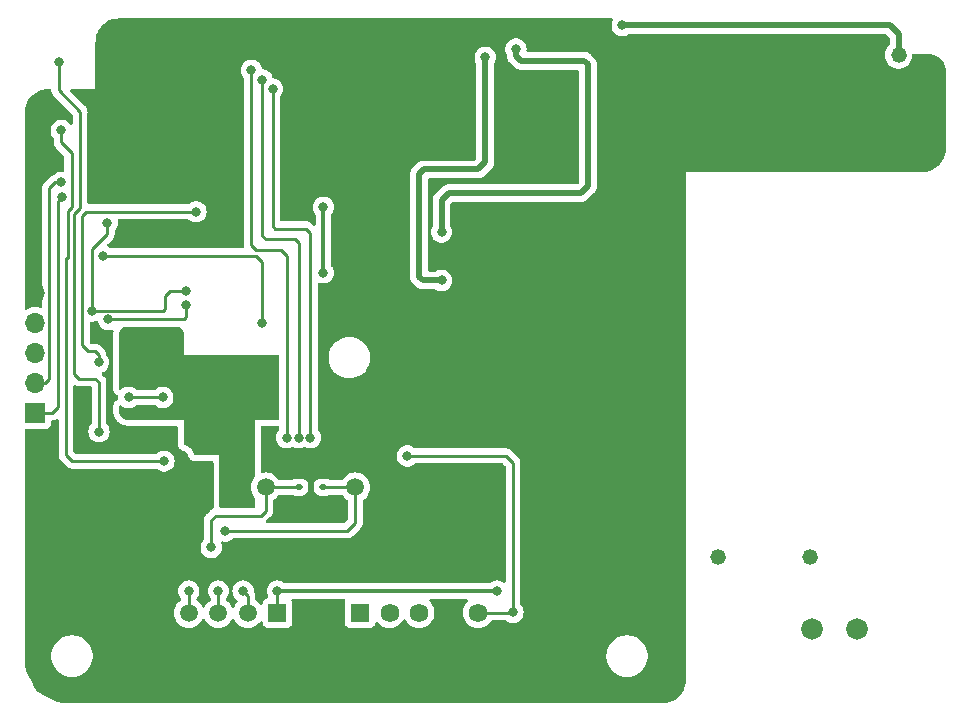
<source format=gbl>
G04 #@! TF.GenerationSoftware,KiCad,Pcbnew,7.0.11-7.0.11~ubuntu22.04.1*
G04 #@! TF.CreationDate,2024-09-12T14:51:07+07:00*
G04 #@! TF.ProjectId,scale,7363616c-652e-46b6-9963-61645f706362,rev?*
G04 #@! TF.SameCoordinates,Original*
G04 #@! TF.FileFunction,Copper,L4,Bot*
G04 #@! TF.FilePolarity,Positive*
%FSLAX46Y46*%
G04 Gerber Fmt 4.6, Leading zero omitted, Abs format (unit mm)*
G04 Created by KiCad (PCBNEW 7.0.11-7.0.11~ubuntu22.04.1) date 2024-09-12 14:51:07*
%MOMM*%
%LPD*%
G01*
G04 APERTURE LIST*
G04 Aperture macros list*
%AMRoundRect*
0 Rectangle with rounded corners*
0 $1 Rounding radius*
0 $2 $3 $4 $5 $6 $7 $8 $9 X,Y pos of 4 corners*
0 Add a 4 corners polygon primitive as box body*
4,1,4,$2,$3,$4,$5,$6,$7,$8,$9,$2,$3,0*
0 Add four circle primitives for the rounded corners*
1,1,$1+$1,$2,$3*
1,1,$1+$1,$4,$5*
1,1,$1+$1,$6,$7*
1,1,$1+$1,$8,$9*
0 Add four rect primitives between the rounded corners*
20,1,$1+$1,$2,$3,$4,$5,0*
20,1,$1+$1,$4,$5,$6,$7,0*
20,1,$1+$1,$6,$7,$8,$9,0*
20,1,$1+$1,$8,$9,$2,$3,0*%
G04 Aperture macros list end*
G04 #@! TA.AperFunction,ComponentPad*
%ADD10C,1.320800*%
G04 #@! TD*
G04 #@! TA.AperFunction,ComponentPad*
%ADD11C,1.828800*%
G04 #@! TD*
G04 #@! TA.AperFunction,ComponentPad*
%ADD12C,1.508000*%
G04 #@! TD*
G04 #@! TA.AperFunction,ComponentPad*
%ADD13R,1.590000X1.590000*%
G04 #@! TD*
G04 #@! TA.AperFunction,ComponentPad*
%ADD14C,1.590000*%
G04 #@! TD*
G04 #@! TA.AperFunction,ComponentPad*
%ADD15R,1.508000X1.508000*%
G04 #@! TD*
G04 #@! TA.AperFunction,ComponentPad*
%ADD16R,1.700000X1.700000*%
G04 #@! TD*
G04 #@! TA.AperFunction,ComponentPad*
%ADD17O,1.700000X1.700000*%
G04 #@! TD*
G04 #@! TA.AperFunction,HeatsinkPad*
%ADD18C,0.600000*%
G04 #@! TD*
G04 #@! TA.AperFunction,SMDPad,CuDef*
%ADD19RoundRect,0.112500X-0.187500X-0.112500X0.187500X-0.112500X0.187500X0.112500X-0.187500X0.112500X0*%
G04 #@! TD*
G04 #@! TA.AperFunction,ViaPad*
%ADD20C,0.800000*%
G04 #@! TD*
G04 #@! TA.AperFunction,Conductor*
%ADD21C,0.508000*%
G04 #@! TD*
G04 #@! TA.AperFunction,Conductor*
%ADD22C,0.250000*%
G04 #@! TD*
G04 #@! TA.AperFunction,Conductor*
%ADD23C,0.609600*%
G04 #@! TD*
G04 #@! TA.AperFunction,Conductor*
%ADD24C,0.254000*%
G04 #@! TD*
G04 #@! TA.AperFunction,Conductor*
%ADD25C,0.304800*%
G04 #@! TD*
G04 APERTURE END LIST*
D10*
X59700000Y-46616596D03*
X67500000Y-46616596D03*
X52200002Y-4116604D03*
X74999997Y-4116604D03*
D11*
X67628400Y-52704901D03*
X71438400Y-52704901D03*
D12*
X21400000Y-40700000D03*
X29000000Y-40700000D03*
D13*
X29400000Y-51312500D03*
D14*
X31900000Y-51312500D03*
X34400000Y-51312500D03*
X36900000Y-51312500D03*
X39400000Y-51312500D03*
D15*
X22404750Y-51350000D03*
D12*
X19904750Y-51350000D03*
X17404750Y-51350000D03*
X14904750Y-51350000D03*
D16*
X1900000Y-34420000D03*
D17*
X1900000Y-31880000D03*
X1900000Y-29340000D03*
X1900000Y-26800000D03*
X1900000Y-24260000D03*
D18*
X17650000Y-13055000D03*
X17650000Y-11655000D03*
X16950000Y-13755000D03*
X16950000Y-12355000D03*
X16950000Y-10955000D03*
X16250000Y-13055000D03*
X16250000Y-11655000D03*
X15550000Y-13755000D03*
X15550000Y-12355000D03*
X15550000Y-10955000D03*
X14850000Y-13055000D03*
X14850000Y-11655000D03*
D19*
X24200000Y-40700000D03*
X26300000Y-40700000D03*
D20*
X36300000Y-19100000D03*
X42600000Y-3600000D03*
X13000000Y-44350000D03*
X48000000Y-18900000D03*
X30135000Y-11665000D03*
X46700000Y-52750000D03*
X1900000Y-22100000D03*
X31900000Y-12700000D03*
X33600000Y-9600000D03*
X14450000Y-38050000D03*
X22400000Y-1850000D03*
X47200000Y-45650000D03*
X8250000Y-12750000D03*
X16900000Y-6100000D03*
X56500000Y-51500000D03*
X8250000Y-14750000D03*
X41000000Y-49500000D03*
X22400000Y-49500000D03*
X26300000Y-17000000D03*
X7650000Y-21100000D03*
X42350000Y-51300000D03*
X33400000Y-38050000D03*
X21100000Y-26800000D03*
X26300000Y-22550000D03*
X17050000Y-36100000D03*
X19500000Y-49500000D03*
X21750000Y-33900000D03*
X9500000Y-28000000D03*
X16300000Y-31500000D03*
X16300000Y-32850000D03*
X36300000Y-23200000D03*
X40000000Y-4300000D03*
X51600000Y-1600000D03*
X7275000Y-30125000D03*
X15500000Y-17380000D03*
X3900000Y-4700000D03*
X7300000Y-36000000D03*
X14900000Y-49500000D03*
X12700000Y-33100000D03*
X9800000Y-33100000D03*
X17400000Y-49500000D03*
X14700000Y-25300000D03*
X8100000Y-26500000D03*
X8000000Y-18300000D03*
X6700000Y-25800000D03*
X14700000Y-24127000D03*
X20200000Y-5400000D03*
X23200000Y-36500000D03*
X21100000Y-6200000D03*
X24200000Y-36500000D03*
X22000000Y-7000000D03*
X25200000Y-36500000D03*
X16800000Y-45800000D03*
X4100000Y-14900000D03*
X4200000Y-16100000D03*
X18000000Y-44400000D03*
X12800000Y-38500000D03*
X4100000Y-10500000D03*
D21*
X36300000Y-16400000D02*
X36300000Y-19100000D01*
X42600000Y-4200000D02*
X43000000Y-4600000D01*
X36900000Y-15800000D02*
X36300000Y-16400000D01*
X42600000Y-3600000D02*
X42600000Y-4200000D01*
X48100000Y-15800000D02*
X36900000Y-15800000D01*
X48700000Y-4900000D02*
X48700000Y-15200000D01*
X43000000Y-4600000D02*
X48400000Y-4600000D01*
X48700000Y-15200000D02*
X48100000Y-15800000D01*
X48400000Y-4600000D02*
X48700000Y-4900000D01*
D22*
X14450000Y-43150000D02*
X14450000Y-38050000D01*
X16900000Y-6100000D02*
X16900000Y-2550000D01*
X17600000Y-1850000D02*
X22400000Y-1850000D01*
X1900000Y-22100000D02*
X1900000Y-24260000D01*
X13250000Y-44350000D02*
X14450000Y-43150000D01*
D23*
X51800000Y-18900000D02*
X48000000Y-18900000D01*
D22*
X16900000Y-2550000D02*
X17600000Y-1850000D01*
D23*
X52200002Y-4116604D02*
X52200002Y-18499998D01*
X52200002Y-18499998D02*
X51800000Y-18900000D01*
D22*
X13000000Y-44350000D02*
X13250000Y-44350000D01*
D24*
X22400000Y-51800000D02*
X22400000Y-49800000D01*
D25*
X22400000Y-49500000D02*
X23500000Y-49500000D01*
X41000000Y-49500000D02*
X23500000Y-49500000D01*
D22*
X20600000Y-21100000D02*
X7650000Y-21100000D01*
X41750000Y-38050000D02*
X33400000Y-38050000D01*
X42350000Y-51300000D02*
X42350000Y-38650000D01*
D25*
X26300000Y-22550000D02*
X26300000Y-17000000D01*
D22*
X42350000Y-38650000D02*
X41750000Y-38050000D01*
X21100000Y-21600000D02*
X20600000Y-21100000D01*
X42337500Y-51312500D02*
X42350000Y-51300000D01*
X21100000Y-23100000D02*
X21100000Y-21600000D01*
X39400000Y-51312500D02*
X42337500Y-51312500D01*
X21100000Y-26800000D02*
X21100000Y-23100000D01*
X19904750Y-49904750D02*
X19500000Y-49500000D01*
X19904750Y-51350000D02*
X19904750Y-49904750D01*
D21*
X39400000Y-13800000D02*
X34800000Y-13800000D01*
X34800000Y-13800000D02*
X34400000Y-14200000D01*
X40000000Y-13200000D02*
X39400000Y-13800000D01*
X34700000Y-23200000D02*
X36300000Y-23200000D01*
X34400000Y-14200000D02*
X34400000Y-22900000D01*
X34400000Y-22900000D02*
X34700000Y-23200000D01*
X40000000Y-4300000D02*
X40000000Y-13200000D01*
X74999997Y-2299997D02*
X74300000Y-1600000D01*
X74300000Y-1600000D02*
X51600000Y-1600000D01*
X74999997Y-4116604D02*
X74999997Y-2299997D01*
D22*
X6400000Y-29200000D02*
X5900000Y-28700000D01*
X7275000Y-29475000D02*
X7000000Y-29200000D01*
X5900000Y-28700000D02*
X5900000Y-17800000D01*
X6220000Y-17380000D02*
X5900000Y-17700000D01*
X5900000Y-17700000D02*
X5900000Y-17800000D01*
X15500000Y-17380000D02*
X6220000Y-17380000D01*
X7275000Y-30125000D02*
X7275000Y-29475000D01*
X7000000Y-29200000D02*
X6400000Y-29200000D01*
X5200000Y-31100000D02*
X5200000Y-17600000D01*
X5700000Y-17100000D02*
X5700000Y-8900000D01*
X7300000Y-36000000D02*
X7300000Y-31800000D01*
X3900000Y-7100000D02*
X3900000Y-4700000D01*
X7300000Y-31800000D02*
X7000000Y-31500000D01*
X5600000Y-31500000D02*
X5200000Y-31100000D01*
X7000000Y-31500000D02*
X5600000Y-31500000D01*
X5700000Y-8900000D02*
X3900000Y-7100000D01*
X5200000Y-17600000D02*
X5700000Y-17100000D01*
X14900000Y-51950000D02*
X14900000Y-49800000D01*
X9800000Y-33100000D02*
X12700000Y-33100000D01*
X17400000Y-49500000D02*
X17400000Y-51950000D01*
X14700000Y-26300000D02*
X14700000Y-25300000D01*
X14500000Y-26500000D02*
X14700000Y-26300000D01*
X8100000Y-26500000D02*
X14500000Y-26500000D01*
X6725000Y-25775000D02*
X12725000Y-25775000D01*
X13273000Y-24127000D02*
X12900000Y-24500000D01*
X8000000Y-19250000D02*
X8000000Y-19000000D01*
X6700000Y-20550000D02*
X8000000Y-19250000D01*
X6700000Y-25800000D02*
X6725000Y-25775000D01*
X12725000Y-25775000D02*
X12900000Y-25600000D01*
X14700000Y-24127000D02*
X13273000Y-24127000D01*
X8000000Y-18300000D02*
X8000000Y-19000000D01*
X12900000Y-25600000D02*
X12900000Y-24500000D01*
X6700000Y-25800000D02*
X6700000Y-20550000D01*
X23200000Y-36500000D02*
X23200000Y-21300000D01*
X20600000Y-20600000D02*
X22700000Y-20600000D01*
X20200000Y-5400000D02*
X20200000Y-20200000D01*
X22700000Y-20600000D02*
X23200000Y-21100000D01*
X23200000Y-21100000D02*
X23200000Y-21300000D01*
X20200000Y-20200000D02*
X20600000Y-20600000D01*
X23900000Y-19700000D02*
X24200000Y-20000000D01*
X24200000Y-20000000D02*
X24200000Y-34500000D01*
X21100000Y-6200000D02*
X21100000Y-19400000D01*
X24199997Y-34500003D02*
X24199997Y-36500000D01*
X21400000Y-19700000D02*
X23900000Y-19700000D01*
X21100000Y-19400000D02*
X21400000Y-19700000D01*
X24200000Y-34500000D02*
X24199997Y-34500003D01*
X24800000Y-18800000D02*
X22200000Y-18800000D01*
X25200000Y-36500000D02*
X25200000Y-19200000D01*
X22000000Y-18600000D02*
X22000000Y-7000000D01*
X25200000Y-19200000D02*
X24800000Y-18800000D01*
X22200000Y-18800000D02*
X22000000Y-18600000D01*
D24*
X21000000Y-43100000D02*
X21400000Y-42700000D01*
D22*
X24200000Y-40700000D02*
X21400000Y-40700000D01*
D24*
X21400000Y-42700000D02*
X21400000Y-40700000D01*
X17200000Y-43100000D02*
X21000000Y-43100000D01*
X16800000Y-43500000D02*
X16800000Y-45800000D01*
X16800000Y-43500000D02*
X17200000Y-43100000D01*
D22*
X2720000Y-31880000D02*
X3100000Y-31500000D01*
X1900000Y-31880000D02*
X2720000Y-31880000D01*
X3100000Y-15400000D02*
X3600000Y-14900000D01*
X3100000Y-31500000D02*
X3100000Y-15400000D01*
X3600000Y-14900000D02*
X4100000Y-14900000D01*
X3280000Y-34420000D02*
X3800000Y-33900000D01*
X4200000Y-16100000D02*
X3800000Y-16500000D01*
X3800000Y-33900000D02*
X3800000Y-16600000D01*
X3800000Y-16500000D02*
X3800000Y-16600000D01*
X1900000Y-34420000D02*
X3280000Y-34420000D01*
D24*
X18000000Y-44400000D02*
X28300000Y-44400000D01*
X29000000Y-43700000D02*
X29000000Y-40700000D01*
D22*
X26300000Y-40700000D02*
X29000000Y-40700000D01*
D24*
X28300000Y-44400000D02*
X29000000Y-43700000D01*
D22*
X4650000Y-21300000D02*
X4650000Y-17350000D01*
X5000000Y-17000000D02*
X5000000Y-12400000D01*
X4500000Y-37950000D02*
X4500000Y-21300000D01*
X5050000Y-38500000D02*
X4500000Y-37950000D01*
X4100000Y-10500000D02*
X4100000Y-11500000D01*
X4650000Y-17350000D02*
X5000000Y-17000000D01*
X12800000Y-38500000D02*
X5050000Y-38500000D01*
X4100000Y-11500000D02*
X5000000Y-12400000D01*
G04 #@! TA.AperFunction,Conductor*
G36*
X14151000Y-27144506D02*
G01*
X14186962Y-27167102D01*
X14208672Y-27184415D01*
X14315584Y-27291327D01*
X14332897Y-27313036D01*
X14413340Y-27441061D01*
X14425388Y-27466078D01*
X14475328Y-27608798D01*
X14481506Y-27635869D01*
X14499220Y-27793077D01*
X14500000Y-27806961D01*
X14500000Y-29500000D01*
X22450500Y-29500000D01*
X22517539Y-29519685D01*
X22563294Y-29572489D01*
X22574500Y-29624000D01*
X22574500Y-34876000D01*
X22554815Y-34943039D01*
X22502011Y-34988794D01*
X22450500Y-35000000D01*
X20500000Y-35000000D01*
X20500000Y-35799995D01*
X20500000Y-39774507D01*
X20480315Y-39841546D01*
X20463681Y-39862188D01*
X20435327Y-39890541D01*
X20435322Y-39890547D01*
X20309423Y-40070349D01*
X20309419Y-40070357D01*
X20216655Y-40269291D01*
X20159839Y-40481324D01*
X20159838Y-40481331D01*
X20140708Y-40699997D01*
X20140708Y-40700000D01*
X20159839Y-40918674D01*
X20216653Y-41130703D01*
X20216654Y-41130706D01*
X20216655Y-41130708D01*
X20309419Y-41329642D01*
X20309423Y-41329650D01*
X20435322Y-41509452D01*
X20435327Y-41509458D01*
X20463681Y-41537812D01*
X20497166Y-41599135D01*
X20500000Y-41625493D01*
X20500000Y-42348500D01*
X20480315Y-42415539D01*
X20427511Y-42461294D01*
X20376000Y-42472500D01*
X17624000Y-42472500D01*
X17556961Y-42452815D01*
X17511206Y-42400011D01*
X17500000Y-42348500D01*
X17500000Y-38799996D01*
X17500000Y-38000000D01*
X16700004Y-38000000D01*
X15461855Y-38000000D01*
X15394816Y-37980315D01*
X15349061Y-37927511D01*
X15338535Y-37888965D01*
X15335674Y-37861744D01*
X15277179Y-37681716D01*
X15182533Y-37517784D01*
X15055871Y-37377112D01*
X15033893Y-37361144D01*
X14902734Y-37265851D01*
X14902729Y-37265848D01*
X14729807Y-37188857D01*
X14729802Y-37188855D01*
X14598219Y-37160887D01*
X14536737Y-37127695D01*
X14502961Y-37066532D01*
X14500000Y-37039597D01*
X14500000Y-35799996D01*
X14500000Y-35000000D01*
X13700004Y-35000000D01*
X9806961Y-35000000D01*
X9793077Y-34999220D01*
X9635869Y-34981506D01*
X9608798Y-34975328D01*
X9466078Y-34925388D01*
X9441061Y-34913340D01*
X9313036Y-34832897D01*
X9291327Y-34815584D01*
X9184415Y-34708672D01*
X9167102Y-34686963D01*
X9086659Y-34558938D01*
X9074611Y-34533921D01*
X9024671Y-34391201D01*
X9018493Y-34364130D01*
X9000780Y-34206922D01*
X9000000Y-34193038D01*
X9000000Y-33875208D01*
X9019685Y-33808169D01*
X9072489Y-33762414D01*
X9141647Y-33752470D01*
X9196882Y-33774888D01*
X9334961Y-33875208D01*
X9347270Y-33884151D01*
X9520192Y-33961142D01*
X9520197Y-33961144D01*
X9705354Y-34000500D01*
X9705355Y-34000500D01*
X9894644Y-34000500D01*
X9894646Y-34000500D01*
X10079803Y-33961144D01*
X10252730Y-33884151D01*
X10405871Y-33772888D01*
X10408788Y-33769647D01*
X10411600Y-33766526D01*
X10471087Y-33729879D01*
X10503748Y-33725500D01*
X11996252Y-33725500D01*
X12063291Y-33745185D01*
X12088400Y-33766526D01*
X12094126Y-33772885D01*
X12094130Y-33772889D01*
X12247265Y-33884148D01*
X12247270Y-33884151D01*
X12420192Y-33961142D01*
X12420197Y-33961144D01*
X12605354Y-34000500D01*
X12605355Y-34000500D01*
X12794644Y-34000500D01*
X12794646Y-34000500D01*
X12979803Y-33961144D01*
X13152730Y-33884151D01*
X13305871Y-33772888D01*
X13432533Y-33632216D01*
X13527179Y-33468284D01*
X13585674Y-33288256D01*
X13605460Y-33100000D01*
X13585674Y-32911744D01*
X13527179Y-32731716D01*
X13432533Y-32567784D01*
X13305871Y-32427112D01*
X13305870Y-32427111D01*
X13152734Y-32315851D01*
X13152729Y-32315848D01*
X12979807Y-32238857D01*
X12979802Y-32238855D01*
X12834001Y-32207865D01*
X12794646Y-32199500D01*
X12605354Y-32199500D01*
X12572897Y-32206398D01*
X12420197Y-32238855D01*
X12420192Y-32238857D01*
X12247270Y-32315848D01*
X12247265Y-32315851D01*
X12094130Y-32427110D01*
X12094126Y-32427114D01*
X12088400Y-32433474D01*
X12028913Y-32470121D01*
X11996252Y-32474500D01*
X10503748Y-32474500D01*
X10436709Y-32454815D01*
X10411600Y-32433474D01*
X10405873Y-32427114D01*
X10405869Y-32427110D01*
X10252734Y-32315851D01*
X10252729Y-32315848D01*
X10079807Y-32238857D01*
X10079802Y-32238855D01*
X9934001Y-32207865D01*
X9894646Y-32199500D01*
X9705354Y-32199500D01*
X9672897Y-32206398D01*
X9520197Y-32238855D01*
X9520192Y-32238857D01*
X9347270Y-32315848D01*
X9347265Y-32315851D01*
X9196885Y-32425109D01*
X9131079Y-32448589D01*
X9063025Y-32432763D01*
X9014330Y-32382658D01*
X9000000Y-32324791D01*
X9000000Y-27806961D01*
X9000780Y-27793077D01*
X9018493Y-27635869D01*
X9024669Y-27608803D01*
X9074612Y-27466075D01*
X9086657Y-27441064D01*
X9167106Y-27313030D01*
X9184411Y-27291331D01*
X9291331Y-27184411D01*
X9313033Y-27167104D01*
X9348999Y-27144506D01*
X9349001Y-27144505D01*
X9414971Y-27125500D01*
X14085029Y-27125500D01*
X14151000Y-27144506D01*
G37*
G04 #@! TD.AperFunction*
G04 #@! TA.AperFunction,Conductor*
G36*
X50758867Y-1019685D02*
G01*
X50804622Y-1072489D01*
X50814566Y-1141647D01*
X50799216Y-1185999D01*
X50772820Y-1231718D01*
X50772818Y-1231722D01*
X50748829Y-1305554D01*
X50714326Y-1411744D01*
X50694540Y-1600000D01*
X50714326Y-1788256D01*
X50714327Y-1788259D01*
X50772818Y-1968277D01*
X50772821Y-1968284D01*
X50867467Y-2132216D01*
X50949488Y-2223309D01*
X50994129Y-2272888D01*
X51147265Y-2384148D01*
X51147270Y-2384151D01*
X51320192Y-2461142D01*
X51320197Y-2461144D01*
X51505354Y-2500500D01*
X51505355Y-2500500D01*
X51694644Y-2500500D01*
X51694646Y-2500500D01*
X51879803Y-2461144D01*
X52052730Y-2384151D01*
X52060944Y-2378182D01*
X52126750Y-2354702D01*
X52133831Y-2354500D01*
X73936114Y-2354500D01*
X74003153Y-2374185D01*
X74023795Y-2390819D01*
X74209178Y-2576202D01*
X74242663Y-2637525D01*
X74245497Y-2663883D01*
X74245497Y-3178782D01*
X74225812Y-3245821D01*
X74205035Y-3270419D01*
X74138407Y-3331157D01*
X74008752Y-3502850D01*
X74008748Y-3502857D01*
X73912857Y-3695431D01*
X73912852Y-3695444D01*
X73853974Y-3902375D01*
X73834124Y-4116603D01*
X73834124Y-4116604D01*
X73853974Y-4330832D01*
X73912852Y-4537763D01*
X73912857Y-4537776D01*
X74008748Y-4730350D01*
X74008750Y-4730353D01*
X74008752Y-4730357D01*
X74008755Y-4730361D01*
X74008757Y-4730364D01*
X74016061Y-4740036D01*
X74138406Y-4902048D01*
X74138409Y-4902050D01*
X74138411Y-4902053D01*
X74297399Y-5046989D01*
X74297401Y-5046990D01*
X74297402Y-5046991D01*
X74480323Y-5160251D01*
X74680941Y-5237971D01*
X74892424Y-5277504D01*
X74892426Y-5277504D01*
X75107568Y-5277504D01*
X75107570Y-5277504D01*
X75319053Y-5237971D01*
X75519671Y-5160251D01*
X75702592Y-5046991D01*
X75861588Y-4902048D01*
X75991242Y-4730357D01*
X76087141Y-4537766D01*
X76146019Y-4330833D01*
X76165870Y-4116604D01*
X76165419Y-4111742D01*
X76156555Y-4016081D01*
X76155065Y-4000000D01*
X77499999Y-4000000D01*
X77543061Y-4003388D01*
X77724927Y-4017701D01*
X77744137Y-4020744D01*
X77954042Y-4071138D01*
X77972534Y-4077147D01*
X78114619Y-4136000D01*
X78171971Y-4159756D01*
X78189308Y-4168590D01*
X78373355Y-4281375D01*
X78389096Y-4292812D01*
X78553238Y-4433002D01*
X78566997Y-4446761D01*
X78707187Y-4610903D01*
X78718624Y-4626644D01*
X78831409Y-4810691D01*
X78840243Y-4828028D01*
X78922850Y-5027458D01*
X78928863Y-5045964D01*
X78979254Y-5255857D01*
X78982298Y-5275075D01*
X78999618Y-5495146D01*
X79000000Y-5504875D01*
X79000000Y-11995572D01*
X78999684Y-12004418D01*
X78980275Y-12275785D01*
X78977757Y-12293297D01*
X78920872Y-12554794D01*
X78915888Y-12571770D01*
X78822361Y-12822524D01*
X78815011Y-12838617D01*
X78686758Y-13073496D01*
X78677193Y-13088380D01*
X78516811Y-13302624D01*
X78505225Y-13315994D01*
X78315994Y-13505225D01*
X78302624Y-13516811D01*
X78088380Y-13677193D01*
X78073496Y-13686758D01*
X77838617Y-13815011D01*
X77822524Y-13822361D01*
X77571770Y-13915888D01*
X77554794Y-13920872D01*
X77293297Y-13977757D01*
X77275785Y-13980275D01*
X77004418Y-13999684D01*
X76995572Y-14000000D01*
X57000000Y-14000000D01*
X57000000Y-15999997D01*
X57000000Y-56995572D01*
X56999684Y-57004418D01*
X56980275Y-57275785D01*
X56977757Y-57293297D01*
X56920872Y-57554794D01*
X56915888Y-57571770D01*
X56822361Y-57822524D01*
X56815011Y-57838617D01*
X56686758Y-58073496D01*
X56677193Y-58088380D01*
X56516811Y-58302624D01*
X56505225Y-58315994D01*
X56315994Y-58505225D01*
X56302624Y-58516811D01*
X56088380Y-58677193D01*
X56073496Y-58686758D01*
X55838617Y-58815011D01*
X55822524Y-58822361D01*
X55571770Y-58915888D01*
X55554794Y-58920872D01*
X55293297Y-58977757D01*
X55275785Y-58980275D01*
X55004418Y-58999684D01*
X54995572Y-59000000D01*
X4476930Y-59000000D01*
X4467357Y-58999630D01*
X4173838Y-58976903D01*
X4154924Y-58973956D01*
X4060188Y-58951592D01*
X3873079Y-58907421D01*
X3854842Y-58901597D01*
X3582146Y-58790659D01*
X3573428Y-58786713D01*
X2599853Y-58299926D01*
X2592836Y-58296130D01*
X2380998Y-58172580D01*
X2367768Y-58163677D01*
X2176691Y-58016390D01*
X2164712Y-58005861D01*
X1994138Y-57835287D01*
X1983609Y-57823308D01*
X1836322Y-57632231D01*
X1827419Y-57619001D01*
X1703869Y-57407163D01*
X1700079Y-57400158D01*
X1213280Y-56426559D01*
X1209345Y-56417864D01*
X1098402Y-56145157D01*
X1092578Y-56126920D01*
X1084920Y-56094479D01*
X1026040Y-55845064D01*
X1023097Y-55826169D01*
X1000370Y-55532641D01*
X1000000Y-55523069D01*
X1000000Y-55131187D01*
X3249500Y-55131187D01*
X3269794Y-55265823D01*
X3288604Y-55390615D01*
X3288605Y-55390617D01*
X3288606Y-55390623D01*
X3365938Y-55641326D01*
X3479767Y-55877696D01*
X3479768Y-55877697D01*
X3479770Y-55877700D01*
X3479772Y-55877704D01*
X3627567Y-56094479D01*
X3806014Y-56286801D01*
X3806018Y-56286804D01*
X3806019Y-56286805D01*
X4011143Y-56450386D01*
X4238357Y-56581568D01*
X4482584Y-56677420D01*
X4738370Y-56735802D01*
X4738376Y-56735802D01*
X4738379Y-56735803D01*
X4934484Y-56750499D01*
X4934503Y-56750499D01*
X4934506Y-56750500D01*
X4934508Y-56750500D01*
X5065492Y-56750500D01*
X5065494Y-56750500D01*
X5065496Y-56750499D01*
X5065515Y-56750499D01*
X5261620Y-56735803D01*
X5261622Y-56735802D01*
X5261630Y-56735802D01*
X5517416Y-56677420D01*
X5761643Y-56581568D01*
X5988857Y-56450386D01*
X6193981Y-56286805D01*
X6372433Y-56094479D01*
X6520228Y-55877704D01*
X6634063Y-55641323D01*
X6711396Y-55390615D01*
X6750499Y-55131187D01*
X50249500Y-55131187D01*
X50269794Y-55265823D01*
X50288604Y-55390615D01*
X50288605Y-55390617D01*
X50288606Y-55390623D01*
X50365938Y-55641326D01*
X50479767Y-55877696D01*
X50479768Y-55877697D01*
X50479770Y-55877700D01*
X50479772Y-55877704D01*
X50627567Y-56094479D01*
X50806014Y-56286801D01*
X50806018Y-56286804D01*
X50806019Y-56286805D01*
X51011143Y-56450386D01*
X51238357Y-56581568D01*
X51482584Y-56677420D01*
X51738370Y-56735802D01*
X51738376Y-56735802D01*
X51738379Y-56735803D01*
X51934484Y-56750499D01*
X51934503Y-56750499D01*
X51934506Y-56750500D01*
X51934508Y-56750500D01*
X52065492Y-56750500D01*
X52065494Y-56750500D01*
X52065496Y-56750499D01*
X52065515Y-56750499D01*
X52261620Y-56735803D01*
X52261622Y-56735802D01*
X52261630Y-56735802D01*
X52517416Y-56677420D01*
X52761643Y-56581568D01*
X52988857Y-56450386D01*
X53193981Y-56286805D01*
X53372433Y-56094479D01*
X53520228Y-55877704D01*
X53634063Y-55641323D01*
X53711396Y-55390615D01*
X53750500Y-55131182D01*
X53750500Y-54868818D01*
X53711396Y-54609385D01*
X53634063Y-54358677D01*
X53622121Y-54333880D01*
X53520232Y-54122303D01*
X53520231Y-54122302D01*
X53520230Y-54122301D01*
X53520228Y-54122296D01*
X53372433Y-53905521D01*
X53361249Y-53893467D01*
X53193985Y-53713198D01*
X53154533Y-53681736D01*
X52988857Y-53549614D01*
X52761643Y-53418432D01*
X52517416Y-53322580D01*
X52517411Y-53322578D01*
X52517402Y-53322576D01*
X52299818Y-53272914D01*
X52261630Y-53264198D01*
X52261629Y-53264197D01*
X52261625Y-53264197D01*
X52261620Y-53264196D01*
X52065515Y-53249500D01*
X52065494Y-53249500D01*
X51934506Y-53249500D01*
X51934484Y-53249500D01*
X51738379Y-53264196D01*
X51738374Y-53264197D01*
X51482597Y-53322576D01*
X51482578Y-53322582D01*
X51238356Y-53418432D01*
X51011143Y-53549614D01*
X50806014Y-53713198D01*
X50627567Y-53905520D01*
X50479768Y-54122302D01*
X50479767Y-54122303D01*
X50365938Y-54358673D01*
X50288606Y-54609376D01*
X50288605Y-54609381D01*
X50288604Y-54609385D01*
X50273853Y-54707247D01*
X50249500Y-54868812D01*
X50249500Y-55131187D01*
X6750499Y-55131187D01*
X6750500Y-55131182D01*
X6750500Y-54868818D01*
X6711396Y-54609385D01*
X6634063Y-54358677D01*
X6622121Y-54333880D01*
X6520232Y-54122303D01*
X6520231Y-54122302D01*
X6520230Y-54122301D01*
X6520228Y-54122296D01*
X6372433Y-53905521D01*
X6361249Y-53893467D01*
X6193985Y-53713198D01*
X6154533Y-53681736D01*
X5988857Y-53549614D01*
X5761643Y-53418432D01*
X5517416Y-53322580D01*
X5517411Y-53322578D01*
X5517402Y-53322576D01*
X5299818Y-53272914D01*
X5261630Y-53264198D01*
X5261629Y-53264197D01*
X5261625Y-53264197D01*
X5261620Y-53264196D01*
X5065515Y-53249500D01*
X5065494Y-53249500D01*
X4934506Y-53249500D01*
X4934484Y-53249500D01*
X4738379Y-53264196D01*
X4738374Y-53264197D01*
X4482597Y-53322576D01*
X4482578Y-53322582D01*
X4238356Y-53418432D01*
X4011143Y-53549614D01*
X3806014Y-53713198D01*
X3627567Y-53905520D01*
X3479768Y-54122302D01*
X3479767Y-54122303D01*
X3365938Y-54358673D01*
X3288606Y-54609376D01*
X3288605Y-54609381D01*
X3288604Y-54609385D01*
X3273853Y-54707247D01*
X3249500Y-54868812D01*
X3249500Y-55131187D01*
X1000000Y-55131187D01*
X1000000Y-51350002D01*
X13645458Y-51350002D01*
X13661933Y-51538321D01*
X13664589Y-51568674D01*
X13721403Y-51780703D01*
X13721404Y-51780706D01*
X13721405Y-51780708D01*
X13814169Y-51979642D01*
X13814173Y-51979650D01*
X13940072Y-52159452D01*
X13940077Y-52159458D01*
X14095291Y-52314672D01*
X14095297Y-52314677D01*
X14275099Y-52440576D01*
X14275101Y-52440577D01*
X14275104Y-52440579D01*
X14474047Y-52533347D01*
X14686076Y-52590161D01*
X14842271Y-52603826D01*
X14904748Y-52609292D01*
X14904750Y-52609292D01*
X14904752Y-52609292D01*
X14959547Y-52604498D01*
X15123424Y-52590161D01*
X15335453Y-52533347D01*
X15534396Y-52440579D01*
X15714207Y-52314674D01*
X15869424Y-52159457D01*
X15995329Y-51979646D01*
X16042368Y-51878770D01*
X16088540Y-51826330D01*
X16155733Y-51807178D01*
X16222615Y-51827393D01*
X16267132Y-51878770D01*
X16314169Y-51979642D01*
X16314173Y-51979650D01*
X16440072Y-52159452D01*
X16440077Y-52159458D01*
X16595291Y-52314672D01*
X16595297Y-52314677D01*
X16775099Y-52440576D01*
X16775101Y-52440577D01*
X16775104Y-52440579D01*
X16974047Y-52533347D01*
X17186076Y-52590161D01*
X17342271Y-52603826D01*
X17404748Y-52609292D01*
X17404750Y-52609292D01*
X17404752Y-52609292D01*
X17459547Y-52604498D01*
X17623424Y-52590161D01*
X17835453Y-52533347D01*
X18034396Y-52440579D01*
X18214207Y-52314674D01*
X18369424Y-52159457D01*
X18495329Y-51979646D01*
X18542368Y-51878770D01*
X18588540Y-51826330D01*
X18655733Y-51807178D01*
X18722615Y-51827393D01*
X18767132Y-51878770D01*
X18814169Y-51979642D01*
X18814173Y-51979650D01*
X18940072Y-52159452D01*
X18940077Y-52159458D01*
X19095291Y-52314672D01*
X19095297Y-52314677D01*
X19275099Y-52440576D01*
X19275101Y-52440577D01*
X19275104Y-52440579D01*
X19474047Y-52533347D01*
X19686076Y-52590161D01*
X19842271Y-52603826D01*
X19904748Y-52609292D01*
X19904750Y-52609292D01*
X19904752Y-52609292D01*
X19959547Y-52604498D01*
X20123424Y-52590161D01*
X20335453Y-52533347D01*
X20534396Y-52440579D01*
X20714207Y-52314674D01*
X20869424Y-52159457D01*
X20924676Y-52080547D01*
X20979251Y-52036924D01*
X21048749Y-52029730D01*
X21111104Y-52061252D01*
X21146519Y-52121481D01*
X21149870Y-52148573D01*
X21149896Y-52148571D01*
X21149896Y-52148573D01*
X21150074Y-52148564D01*
X21150229Y-52151473D01*
X21150250Y-52151637D01*
X21150250Y-52151852D01*
X21150251Y-52151876D01*
X21156658Y-52211483D01*
X21206952Y-52346328D01*
X21206956Y-52346335D01*
X21293202Y-52461544D01*
X21293205Y-52461547D01*
X21408414Y-52547793D01*
X21408421Y-52547797D01*
X21543267Y-52598091D01*
X21543266Y-52598091D01*
X21550194Y-52598835D01*
X21602877Y-52604500D01*
X23206622Y-52604499D01*
X23266233Y-52598091D01*
X23401081Y-52547796D01*
X23516296Y-52461546D01*
X23602546Y-52346331D01*
X23652841Y-52211483D01*
X23659250Y-52151873D01*
X23659249Y-50548128D01*
X23652841Y-50488517D01*
X23649819Y-50480415D01*
X23602547Y-50353671D01*
X23602543Y-50353664D01*
X23600706Y-50351210D01*
X23599634Y-50348337D01*
X23598296Y-50345886D01*
X23598648Y-50345693D01*
X23576289Y-50285746D01*
X23591141Y-50217473D01*
X23640546Y-50168068D01*
X23699973Y-50152900D01*
X28028214Y-50152900D01*
X28095253Y-50172585D01*
X28141008Y-50225389D01*
X28150952Y-50294547D01*
X28144396Y-50320233D01*
X28110908Y-50410017D01*
X28104501Y-50469616D01*
X28104500Y-50469635D01*
X28104500Y-52155370D01*
X28104501Y-52155376D01*
X28110908Y-52214983D01*
X28161202Y-52349828D01*
X28161206Y-52349835D01*
X28247452Y-52465044D01*
X28247455Y-52465047D01*
X28362664Y-52551293D01*
X28362671Y-52551297D01*
X28497517Y-52601591D01*
X28497516Y-52601591D01*
X28504444Y-52602335D01*
X28557127Y-52608000D01*
X30242872Y-52607999D01*
X30302483Y-52601591D01*
X30437331Y-52551296D01*
X30552546Y-52465046D01*
X30638796Y-52349831D01*
X30689091Y-52214983D01*
X30689091Y-52214981D01*
X30690874Y-52207438D01*
X30693125Y-52207970D01*
X30715413Y-52154124D01*
X30772794Y-52114260D01*
X30842619Y-52111748D01*
X30899235Y-52145319D01*
X30899970Y-52144585D01*
X31064085Y-52308700D01*
X31064091Y-52308705D01*
X31249770Y-52438719D01*
X31249772Y-52438720D01*
X31249775Y-52438722D01*
X31373375Y-52496357D01*
X31455213Y-52534519D01*
X31455215Y-52534519D01*
X31455220Y-52534522D01*
X31674179Y-52593192D01*
X31854835Y-52608997D01*
X31899999Y-52612949D01*
X31900000Y-52612949D01*
X31900001Y-52612949D01*
X31941799Y-52609292D01*
X32125821Y-52593192D01*
X32344780Y-52534522D01*
X32550225Y-52438722D01*
X32735913Y-52308702D01*
X32896202Y-52148413D01*
X33026222Y-51962725D01*
X33037619Y-51938283D01*
X33083789Y-51885846D01*
X33150983Y-51866694D01*
X33217864Y-51886909D01*
X33262380Y-51938283D01*
X33273778Y-51962725D01*
X33285626Y-51979646D01*
X33403794Y-52148408D01*
X33403799Y-52148414D01*
X33564085Y-52308700D01*
X33564091Y-52308705D01*
X33749770Y-52438719D01*
X33749772Y-52438720D01*
X33749775Y-52438722D01*
X33873375Y-52496357D01*
X33955213Y-52534519D01*
X33955215Y-52534519D01*
X33955220Y-52534522D01*
X34174179Y-52593192D01*
X34354835Y-52608997D01*
X34399999Y-52612949D01*
X34400000Y-52612949D01*
X34400001Y-52612949D01*
X34441799Y-52609292D01*
X34625821Y-52593192D01*
X34844780Y-52534522D01*
X35050225Y-52438722D01*
X35235913Y-52308702D01*
X35396202Y-52148413D01*
X35526222Y-51962725D01*
X35622022Y-51757280D01*
X35680692Y-51538321D01*
X35700449Y-51312500D01*
X35680692Y-51086679D01*
X35622022Y-50867720D01*
X35526222Y-50662276D01*
X35420681Y-50511547D01*
X35396203Y-50476588D01*
X35367950Y-50448335D01*
X35284194Y-50364579D01*
X35250711Y-50303259D01*
X35255695Y-50233567D01*
X35297566Y-50177633D01*
X35363030Y-50153216D01*
X35371877Y-50152900D01*
X38428122Y-50152900D01*
X38495161Y-50172585D01*
X38540916Y-50225389D01*
X38550860Y-50294547D01*
X38521835Y-50358103D01*
X38515803Y-50364581D01*
X38403799Y-50476584D01*
X38273778Y-50662275D01*
X38273777Y-50662277D01*
X38177979Y-50867718D01*
X38177975Y-50867727D01*
X38119309Y-51086673D01*
X38119307Y-51086683D01*
X38099551Y-51312499D01*
X38099551Y-51312500D01*
X38119307Y-51538316D01*
X38119309Y-51538326D01*
X38177975Y-51757272D01*
X38177980Y-51757286D01*
X38273776Y-51962721D01*
X38273780Y-51962729D01*
X38403794Y-52148408D01*
X38403799Y-52148414D01*
X38564085Y-52308700D01*
X38564091Y-52308705D01*
X38749770Y-52438719D01*
X38749772Y-52438720D01*
X38749775Y-52438722D01*
X38873375Y-52496357D01*
X38955213Y-52534519D01*
X38955215Y-52534519D01*
X38955220Y-52534522D01*
X39174179Y-52593192D01*
X39354835Y-52608997D01*
X39399999Y-52612949D01*
X39400000Y-52612949D01*
X39400001Y-52612949D01*
X39441799Y-52609292D01*
X39625821Y-52593192D01*
X39844780Y-52534522D01*
X40050225Y-52438722D01*
X40235913Y-52308702D01*
X40396202Y-52148413D01*
X40506510Y-51990877D01*
X40561087Y-51947252D01*
X40608085Y-51938000D01*
X41657783Y-51938000D01*
X41724822Y-51957685D01*
X41740755Y-51969850D01*
X41744130Y-51972889D01*
X41897265Y-52084148D01*
X41897270Y-52084151D01*
X42070192Y-52161142D01*
X42070197Y-52161144D01*
X42255354Y-52200500D01*
X42255355Y-52200500D01*
X42444644Y-52200500D01*
X42444646Y-52200500D01*
X42629803Y-52161144D01*
X42802730Y-52084151D01*
X42955871Y-51972888D01*
X43082533Y-51832216D01*
X43177179Y-51668284D01*
X43235674Y-51488256D01*
X43255460Y-51300000D01*
X43235674Y-51111744D01*
X43177179Y-50931716D01*
X43082533Y-50767784D01*
X43073999Y-50758306D01*
X43007350Y-50684284D01*
X42977120Y-50621292D01*
X42975500Y-50601312D01*
X42975500Y-38732738D01*
X42977224Y-38717124D01*
X42976938Y-38717097D01*
X42977672Y-38709334D01*
X42975561Y-38642144D01*
X42975500Y-38638250D01*
X42975500Y-38610651D01*
X42975500Y-38610650D01*
X42974997Y-38606670D01*
X42974080Y-38595021D01*
X42973678Y-38582216D01*
X42972709Y-38551373D01*
X42967122Y-38532144D01*
X42963174Y-38513084D01*
X42962216Y-38505499D01*
X42960664Y-38493208D01*
X42944585Y-38452597D01*
X42940804Y-38441552D01*
X42928619Y-38399612D01*
X42918418Y-38382363D01*
X42909860Y-38364894D01*
X42902486Y-38346268D01*
X42902483Y-38346264D01*
X42902483Y-38346263D01*
X42876816Y-38310935D01*
X42870403Y-38301172D01*
X42848172Y-38263583D01*
X42848170Y-38263579D01*
X42848166Y-38263575D01*
X42848163Y-38263571D01*
X42834005Y-38249413D01*
X42821370Y-38234620D01*
X42809593Y-38218412D01*
X42775945Y-38190576D01*
X42767304Y-38182713D01*
X42250803Y-37666212D01*
X42240980Y-37653950D01*
X42240759Y-37654134D01*
X42235786Y-37648122D01*
X42186776Y-37602099D01*
X42183977Y-37599386D01*
X42164477Y-37579885D01*
X42164471Y-37579880D01*
X42161286Y-37577409D01*
X42152434Y-37569848D01*
X42120582Y-37539938D01*
X42120580Y-37539936D01*
X42120577Y-37539935D01*
X42103029Y-37530288D01*
X42086763Y-37519604D01*
X42070932Y-37507324D01*
X42030849Y-37489978D01*
X42020363Y-37484841D01*
X41982094Y-37463803D01*
X41982092Y-37463802D01*
X41962693Y-37458822D01*
X41944281Y-37452518D01*
X41925898Y-37444562D01*
X41925892Y-37444560D01*
X41882760Y-37437729D01*
X41871322Y-37435361D01*
X41829020Y-37424500D01*
X41829019Y-37424500D01*
X41808984Y-37424500D01*
X41789586Y-37422973D01*
X41782162Y-37421797D01*
X41769805Y-37419840D01*
X41769804Y-37419840D01*
X41726325Y-37423950D01*
X41714656Y-37424500D01*
X34103748Y-37424500D01*
X34036709Y-37404815D01*
X34011600Y-37383474D01*
X34005873Y-37377114D01*
X34005869Y-37377110D01*
X33852734Y-37265851D01*
X33852729Y-37265848D01*
X33679807Y-37188857D01*
X33679802Y-37188855D01*
X33534001Y-37157865D01*
X33494646Y-37149500D01*
X33305354Y-37149500D01*
X33272897Y-37156398D01*
X33120197Y-37188855D01*
X33120192Y-37188857D01*
X32947270Y-37265848D01*
X32947265Y-37265851D01*
X32794129Y-37377111D01*
X32667466Y-37517785D01*
X32572821Y-37681715D01*
X32572818Y-37681722D01*
X32521982Y-37838181D01*
X32514326Y-37861744D01*
X32494540Y-38050000D01*
X32514326Y-38238256D01*
X32514327Y-38238259D01*
X32572818Y-38418277D01*
X32572821Y-38418284D01*
X32667467Y-38582216D01*
X32762946Y-38688256D01*
X32794129Y-38722888D01*
X32947265Y-38834148D01*
X32947270Y-38834151D01*
X33120192Y-38911142D01*
X33120197Y-38911144D01*
X33305354Y-38950500D01*
X33305355Y-38950500D01*
X33494644Y-38950500D01*
X33494646Y-38950500D01*
X33679803Y-38911144D01*
X33852730Y-38834151D01*
X34005871Y-38722888D01*
X34011061Y-38717124D01*
X34011600Y-38716526D01*
X34071087Y-38679879D01*
X34103748Y-38675500D01*
X41439548Y-38675500D01*
X41506587Y-38695185D01*
X41527229Y-38711819D01*
X41688181Y-38872771D01*
X41721666Y-38934094D01*
X41724500Y-38960452D01*
X41724500Y-48669937D01*
X41704815Y-48736976D01*
X41652011Y-48782731D01*
X41582853Y-48792675D01*
X41527615Y-48770255D01*
X41452734Y-48715851D01*
X41452729Y-48715848D01*
X41279807Y-48638857D01*
X41279802Y-48638855D01*
X41134001Y-48607865D01*
X41094646Y-48599500D01*
X40905354Y-48599500D01*
X40872897Y-48606398D01*
X40720197Y-48638855D01*
X40720192Y-48638857D01*
X40547270Y-48715848D01*
X40547265Y-48715851D01*
X40399213Y-48823418D01*
X40333407Y-48846898D01*
X40326328Y-48847100D01*
X23073672Y-48847100D01*
X23006633Y-48827415D01*
X23000787Y-48823418D01*
X22852734Y-48715851D01*
X22852729Y-48715848D01*
X22679807Y-48638857D01*
X22679802Y-48638855D01*
X22534001Y-48607865D01*
X22494646Y-48599500D01*
X22305354Y-48599500D01*
X22272897Y-48606398D01*
X22120197Y-48638855D01*
X22120192Y-48638857D01*
X21947270Y-48715848D01*
X21947265Y-48715851D01*
X21794129Y-48827111D01*
X21667466Y-48967785D01*
X21572821Y-49131715D01*
X21572818Y-49131722D01*
X21514327Y-49311740D01*
X21514326Y-49311744D01*
X21494540Y-49500000D01*
X21514326Y-49688256D01*
X21514327Y-49688259D01*
X21572818Y-49868277D01*
X21572821Y-49868284D01*
X21605272Y-49924491D01*
X21621745Y-49992390D01*
X21598893Y-50058417D01*
X21543971Y-50101608D01*
X21541219Y-50102672D01*
X21408419Y-50152203D01*
X21408414Y-50152206D01*
X21293205Y-50238452D01*
X21293202Y-50238455D01*
X21206956Y-50353664D01*
X21206952Y-50353671D01*
X21156658Y-50488517D01*
X21151065Y-50540543D01*
X21150251Y-50548123D01*
X21150250Y-50548135D01*
X21150250Y-50548326D01*
X21150237Y-50548368D01*
X21150072Y-50551452D01*
X21149343Y-50551412D01*
X21130565Y-50615365D01*
X21077761Y-50661120D01*
X21008603Y-50671064D01*
X20945047Y-50642039D01*
X20924675Y-50619449D01*
X20899103Y-50582929D01*
X20869424Y-50540543D01*
X20714207Y-50385326D01*
X20583126Y-50293542D01*
X20539502Y-50238965D01*
X20530250Y-50191967D01*
X20530250Y-49987492D01*
X20531974Y-49971872D01*
X20531689Y-49971846D01*
X20532421Y-49964090D01*
X20532423Y-49964083D01*
X20530311Y-49896876D01*
X20530250Y-49892981D01*
X20530250Y-49865404D01*
X20530250Y-49865400D01*
X20529746Y-49861415D01*
X20528830Y-49849771D01*
X20527459Y-49806123D01*
X20521872Y-49786894D01*
X20517924Y-49767834D01*
X20515413Y-49747954D01*
X20499338Y-49707354D01*
X20495554Y-49696302D01*
X20483368Y-49654359D01*
X20483366Y-49654356D01*
X20473173Y-49637121D01*
X20464611Y-49619644D01*
X20457237Y-49601019D01*
X20431568Y-49565689D01*
X20425156Y-49555928D01*
X20422116Y-49550788D01*
X20405525Y-49500625D01*
X20405459Y-49500003D01*
X20405460Y-49500000D01*
X20385674Y-49311744D01*
X20327179Y-49131716D01*
X20232533Y-48967784D01*
X20105871Y-48827112D01*
X20100787Y-48823418D01*
X19952734Y-48715851D01*
X19952729Y-48715848D01*
X19779807Y-48638857D01*
X19779802Y-48638855D01*
X19634001Y-48607865D01*
X19594646Y-48599500D01*
X19405354Y-48599500D01*
X19372897Y-48606398D01*
X19220197Y-48638855D01*
X19220192Y-48638857D01*
X19047270Y-48715848D01*
X19047265Y-48715851D01*
X18894129Y-48827111D01*
X18767466Y-48967785D01*
X18672821Y-49131715D01*
X18672818Y-49131722D01*
X18614327Y-49311740D01*
X18614326Y-49311744D01*
X18594540Y-49500000D01*
X18614326Y-49688256D01*
X18614327Y-49688259D01*
X18672818Y-49868277D01*
X18672821Y-49868284D01*
X18767467Y-50032216D01*
X18882483Y-50159954D01*
X18894129Y-50172888D01*
X19016226Y-50261597D01*
X19058892Y-50316927D01*
X19064871Y-50386540D01*
X19032265Y-50448335D01*
X19031023Y-50449596D01*
X18940072Y-50540547D01*
X18814173Y-50720349D01*
X18814171Y-50720353D01*
X18767132Y-50821230D01*
X18720960Y-50873669D01*
X18653766Y-50892821D01*
X18586885Y-50872605D01*
X18542368Y-50821230D01*
X18513026Y-50758306D01*
X18495329Y-50720354D01*
X18495327Y-50720351D01*
X18495326Y-50720349D01*
X18369427Y-50540547D01*
X18369422Y-50540541D01*
X18214208Y-50385327D01*
X18214202Y-50385322D01*
X18083924Y-50294101D01*
X18040299Y-50239524D01*
X18033105Y-50170026D01*
X18062896Y-50109554D01*
X18132533Y-50032216D01*
X18227179Y-49868284D01*
X18285674Y-49688256D01*
X18305460Y-49500000D01*
X18285674Y-49311744D01*
X18227179Y-49131716D01*
X18132533Y-48967784D01*
X18005871Y-48827112D01*
X18000787Y-48823418D01*
X17852734Y-48715851D01*
X17852729Y-48715848D01*
X17679807Y-48638857D01*
X17679802Y-48638855D01*
X17534001Y-48607865D01*
X17494646Y-48599500D01*
X17305354Y-48599500D01*
X17272897Y-48606398D01*
X17120197Y-48638855D01*
X17120192Y-48638857D01*
X16947270Y-48715848D01*
X16947265Y-48715851D01*
X16794129Y-48827111D01*
X16667466Y-48967785D01*
X16572821Y-49131715D01*
X16572818Y-49131722D01*
X16514327Y-49311740D01*
X16514326Y-49311744D01*
X16494540Y-49500000D01*
X16514326Y-49688256D01*
X16514327Y-49688259D01*
X16572818Y-49868277D01*
X16572821Y-49868284D01*
X16667467Y-50032216D01*
X16675500Y-50041137D01*
X16740775Y-50113633D01*
X16771005Y-50176625D01*
X16762380Y-50245960D01*
X16719749Y-50298179D01*
X16595300Y-50385320D01*
X16595289Y-50385329D01*
X16440077Y-50540541D01*
X16440072Y-50540547D01*
X16314173Y-50720349D01*
X16314171Y-50720353D01*
X16267132Y-50821230D01*
X16220960Y-50873669D01*
X16153766Y-50892821D01*
X16086885Y-50872605D01*
X16042368Y-50821230D01*
X16013026Y-50758306D01*
X15995329Y-50720354D01*
X15995327Y-50720351D01*
X15995326Y-50720349D01*
X15869427Y-50540547D01*
X15869422Y-50540541D01*
X15714208Y-50385327D01*
X15714202Y-50385322D01*
X15583924Y-50294101D01*
X15540299Y-50239524D01*
X15533105Y-50170026D01*
X15562896Y-50109554D01*
X15632533Y-50032216D01*
X15727179Y-49868284D01*
X15785674Y-49688256D01*
X15805460Y-49500000D01*
X15785674Y-49311744D01*
X15727179Y-49131716D01*
X15632533Y-48967784D01*
X15505871Y-48827112D01*
X15500787Y-48823418D01*
X15352734Y-48715851D01*
X15352729Y-48715848D01*
X15179807Y-48638857D01*
X15179802Y-48638855D01*
X15034001Y-48607865D01*
X14994646Y-48599500D01*
X14805354Y-48599500D01*
X14772897Y-48606398D01*
X14620197Y-48638855D01*
X14620192Y-48638857D01*
X14447270Y-48715848D01*
X14447265Y-48715851D01*
X14294129Y-48827111D01*
X14167466Y-48967785D01*
X14072821Y-49131715D01*
X14072818Y-49131722D01*
X14014327Y-49311740D01*
X14014326Y-49311744D01*
X13994540Y-49500000D01*
X14014326Y-49688256D01*
X14014327Y-49688259D01*
X14072818Y-49868277D01*
X14072821Y-49868284D01*
X14167467Y-50032216D01*
X14175500Y-50041137D01*
X14240775Y-50113633D01*
X14271005Y-50176625D01*
X14262380Y-50245960D01*
X14219749Y-50298179D01*
X14095300Y-50385320D01*
X14095289Y-50385329D01*
X13940077Y-50540541D01*
X13940072Y-50540547D01*
X13814173Y-50720349D01*
X13814169Y-50720357D01*
X13721405Y-50919291D01*
X13721403Y-50919295D01*
X13721403Y-50919297D01*
X13718074Y-50931722D01*
X13664589Y-51131324D01*
X13664588Y-51131331D01*
X13645458Y-51349997D01*
X13645458Y-51350002D01*
X1000000Y-51350002D01*
X1000000Y-35894499D01*
X1019685Y-35827460D01*
X1072489Y-35781705D01*
X1123995Y-35770499D01*
X2797872Y-35770499D01*
X2857483Y-35764091D01*
X2992331Y-35713796D01*
X3107546Y-35627546D01*
X3193796Y-35512331D01*
X3244091Y-35377483D01*
X3250500Y-35317873D01*
X3250499Y-35166899D01*
X3270183Y-35099861D01*
X3322987Y-35054106D01*
X3370606Y-35042961D01*
X3371299Y-35042939D01*
X3378627Y-35042709D01*
X3397869Y-35037117D01*
X3416912Y-35033174D01*
X3436792Y-35030664D01*
X3477401Y-35014585D01*
X3488444Y-35010803D01*
X3530390Y-34998618D01*
X3547629Y-34988422D01*
X3565103Y-34979862D01*
X3583727Y-34972488D01*
X3583727Y-34972487D01*
X3583732Y-34972486D01*
X3619083Y-34946800D01*
X3628814Y-34940408D01*
X3666420Y-34918170D01*
X3666424Y-34918165D01*
X3672586Y-34913387D01*
X3674251Y-34915534D01*
X3724110Y-34888293D01*
X3793803Y-34893259D01*
X3849748Y-34935116D01*
X3874182Y-35000574D01*
X3874500Y-35009452D01*
X3874500Y-37867255D01*
X3872775Y-37882872D01*
X3873061Y-37882899D01*
X3872326Y-37890665D01*
X3874439Y-37957872D01*
X3874500Y-37961767D01*
X3874500Y-37989357D01*
X3875003Y-37993335D01*
X3875918Y-38004967D01*
X3877290Y-38048624D01*
X3877291Y-38048627D01*
X3882880Y-38067867D01*
X3886824Y-38086911D01*
X3889336Y-38106792D01*
X3905414Y-38147403D01*
X3909197Y-38158452D01*
X3921381Y-38200388D01*
X3931580Y-38217634D01*
X3940136Y-38235100D01*
X3943071Y-38242511D01*
X3947514Y-38253732D01*
X3973181Y-38289060D01*
X3979593Y-38298821D01*
X4001828Y-38336417D01*
X4001833Y-38336424D01*
X4015990Y-38350580D01*
X4028628Y-38365376D01*
X4040405Y-38381586D01*
X4040406Y-38381587D01*
X4074057Y-38409425D01*
X4082698Y-38417288D01*
X4549197Y-38883788D01*
X4559022Y-38896051D01*
X4559243Y-38895869D01*
X4564211Y-38901874D01*
X4613222Y-38947899D01*
X4616021Y-38950612D01*
X4635522Y-38970114D01*
X4635526Y-38970117D01*
X4635529Y-38970120D01*
X4638702Y-38972581D01*
X4647574Y-38980159D01*
X4679418Y-39010062D01*
X4696976Y-39019714D01*
X4713235Y-39030395D01*
X4729064Y-39042673D01*
X4769155Y-39060021D01*
X4779626Y-39065151D01*
X4802180Y-39077550D01*
X4817902Y-39086194D01*
X4817904Y-39086195D01*
X4817908Y-39086197D01*
X4837316Y-39091180D01*
X4855719Y-39097481D01*
X4874101Y-39105436D01*
X4874102Y-39105436D01*
X4874104Y-39105437D01*
X4917250Y-39112270D01*
X4928672Y-39114636D01*
X4970981Y-39125500D01*
X4991016Y-39125500D01*
X5010414Y-39127026D01*
X5030194Y-39130159D01*
X5030195Y-39130160D01*
X5030195Y-39130159D01*
X5030196Y-39130160D01*
X5073675Y-39126050D01*
X5085344Y-39125500D01*
X12096252Y-39125500D01*
X12163291Y-39145185D01*
X12188400Y-39166526D01*
X12194126Y-39172885D01*
X12194130Y-39172889D01*
X12347265Y-39284148D01*
X12347270Y-39284151D01*
X12520192Y-39361142D01*
X12520197Y-39361144D01*
X12705354Y-39400500D01*
X12705355Y-39400500D01*
X12894644Y-39400500D01*
X12894646Y-39400500D01*
X13079803Y-39361144D01*
X13252730Y-39284151D01*
X13405871Y-39172888D01*
X13532533Y-39032216D01*
X13627179Y-38868284D01*
X13685674Y-38688256D01*
X13705460Y-38500000D01*
X13685674Y-38311744D01*
X13627179Y-38131716D01*
X13532533Y-37967784D01*
X13405871Y-37827112D01*
X13405870Y-37827111D01*
X13252734Y-37715851D01*
X13252729Y-37715848D01*
X13079807Y-37638857D01*
X13079802Y-37638855D01*
X12906873Y-37602099D01*
X12894646Y-37599500D01*
X12705354Y-37599500D01*
X12693127Y-37602099D01*
X12520197Y-37638855D01*
X12520192Y-37638857D01*
X12347270Y-37715848D01*
X12347265Y-37715851D01*
X12194130Y-37827110D01*
X12194126Y-37827114D01*
X12188400Y-37833474D01*
X12128913Y-37870121D01*
X12096252Y-37874500D01*
X5360453Y-37874500D01*
X5293414Y-37854815D01*
X5272772Y-37838181D01*
X5161819Y-37727228D01*
X5128334Y-37665905D01*
X5125500Y-37639547D01*
X5125500Y-32164991D01*
X5145185Y-32097952D01*
X5197989Y-32052197D01*
X5267147Y-32042253D01*
X5298739Y-32051186D01*
X5319155Y-32060021D01*
X5329626Y-32065151D01*
X5352180Y-32077550D01*
X5367902Y-32086194D01*
X5367904Y-32086195D01*
X5367908Y-32086197D01*
X5387316Y-32091180D01*
X5405719Y-32097481D01*
X5424101Y-32105436D01*
X5424102Y-32105436D01*
X5424104Y-32105437D01*
X5467250Y-32112270D01*
X5478672Y-32114636D01*
X5520981Y-32125500D01*
X5541016Y-32125500D01*
X5560414Y-32127026D01*
X5580194Y-32130159D01*
X5580195Y-32130160D01*
X5580195Y-32130159D01*
X5580196Y-32130160D01*
X5623675Y-32126050D01*
X5635344Y-32125500D01*
X6550500Y-32125500D01*
X6617539Y-32145185D01*
X6663294Y-32197989D01*
X6674500Y-32249500D01*
X6674500Y-35301312D01*
X6654815Y-35368351D01*
X6642650Y-35384284D01*
X6567466Y-35467784D01*
X6472821Y-35631715D01*
X6472818Y-35631722D01*
X6414327Y-35811740D01*
X6414326Y-35811744D01*
X6394540Y-36000000D01*
X6414326Y-36188256D01*
X6414327Y-36188259D01*
X6472818Y-36368277D01*
X6472821Y-36368284D01*
X6567467Y-36532216D01*
X6694129Y-36672888D01*
X6847265Y-36784148D01*
X6847270Y-36784151D01*
X7020192Y-36861142D01*
X7020197Y-36861144D01*
X7205354Y-36900500D01*
X7205355Y-36900500D01*
X7394644Y-36900500D01*
X7394646Y-36900500D01*
X7579803Y-36861144D01*
X7752730Y-36784151D01*
X7905871Y-36672888D01*
X8032533Y-36532216D01*
X8127179Y-36368284D01*
X8185674Y-36188256D01*
X8205460Y-36000000D01*
X8185674Y-35811744D01*
X8127179Y-35631716D01*
X8032533Y-35467784D01*
X7957350Y-35384284D01*
X7927120Y-35321292D01*
X7925500Y-35301312D01*
X7925500Y-31882738D01*
X7927224Y-31867124D01*
X7926938Y-31867097D01*
X7927672Y-31859334D01*
X7925561Y-31792144D01*
X7925500Y-31788250D01*
X7925500Y-31760651D01*
X7925500Y-31760650D01*
X7924997Y-31756670D01*
X7924080Y-31745021D01*
X7922709Y-31701373D01*
X7917122Y-31682144D01*
X7913174Y-31663084D01*
X7910664Y-31643208D01*
X7910663Y-31643206D01*
X7910663Y-31643204D01*
X7894588Y-31602604D01*
X7890804Y-31591552D01*
X7878618Y-31549609D01*
X7878616Y-31549606D01*
X7868423Y-31532371D01*
X7859861Y-31514894D01*
X7852487Y-31496269D01*
X7842929Y-31483114D01*
X7826811Y-31460930D01*
X7820405Y-31451177D01*
X7804971Y-31425080D01*
X7798172Y-31413583D01*
X7798165Y-31413574D01*
X7784006Y-31399415D01*
X7771368Y-31384619D01*
X7759594Y-31368413D01*
X7725942Y-31340574D01*
X7717311Y-31332721D01*
X7555015Y-31170424D01*
X7521532Y-31109103D01*
X7526516Y-31039411D01*
X7568388Y-30983478D01*
X7592262Y-30969466D01*
X7599397Y-30966288D01*
X7727730Y-30909151D01*
X7880871Y-30797888D01*
X8007533Y-30657216D01*
X8102179Y-30493284D01*
X8160674Y-30313256D01*
X8180460Y-30125000D01*
X8160674Y-29936744D01*
X8102179Y-29756716D01*
X8007533Y-29592784D01*
X7931979Y-29508873D01*
X7901751Y-29445885D01*
X7901032Y-29439511D01*
X7900988Y-29439517D01*
X7900500Y-29435654D01*
X7900500Y-29435650D01*
X7899996Y-29431668D01*
X7899081Y-29420029D01*
X7897710Y-29376373D01*
X7892119Y-29357130D01*
X7888173Y-29338078D01*
X7885664Y-29318208D01*
X7869579Y-29277583D01*
X7865806Y-29266562D01*
X7853618Y-29224610D01*
X7853617Y-29224609D01*
X7853617Y-29224607D01*
X7853616Y-29224606D01*
X7843423Y-29207371D01*
X7834861Y-29189894D01*
X7827487Y-29171269D01*
X7801816Y-29135937D01*
X7795405Y-29126177D01*
X7773170Y-29088580D01*
X7773168Y-29088578D01*
X7773165Y-29088574D01*
X7759006Y-29074415D01*
X7746368Y-29059619D01*
X7734594Y-29043413D01*
X7700942Y-29015574D01*
X7692301Y-29007711D01*
X7500802Y-28816211D01*
X7490981Y-28803952D01*
X7490760Y-28804135D01*
X7485788Y-28798125D01*
X7436774Y-28752097D01*
X7433976Y-28749385D01*
X7414477Y-28729885D01*
X7414471Y-28729880D01*
X7411286Y-28727409D01*
X7402434Y-28719848D01*
X7370582Y-28689938D01*
X7370580Y-28689936D01*
X7370577Y-28689935D01*
X7353029Y-28680288D01*
X7336763Y-28669604D01*
X7320932Y-28657324D01*
X7280849Y-28639978D01*
X7270363Y-28634841D01*
X7232094Y-28613803D01*
X7232092Y-28613802D01*
X7212693Y-28608822D01*
X7194281Y-28602518D01*
X7175898Y-28594562D01*
X7175892Y-28594560D01*
X7132760Y-28587729D01*
X7121322Y-28585361D01*
X7079020Y-28574500D01*
X7079019Y-28574500D01*
X7058984Y-28574500D01*
X7039586Y-28572973D01*
X7032162Y-28571797D01*
X7019805Y-28569840D01*
X7019804Y-28569840D01*
X6976325Y-28573950D01*
X6964656Y-28574500D01*
X6710453Y-28574500D01*
X6643414Y-28554815D01*
X6622771Y-28538181D01*
X6561818Y-28477227D01*
X6528334Y-28415903D01*
X6525500Y-28389546D01*
X6525500Y-26824500D01*
X6545185Y-26757461D01*
X6597989Y-26711706D01*
X6649500Y-26700500D01*
X6794644Y-26700500D01*
X6794646Y-26700500D01*
X6979803Y-26661144D01*
X7051182Y-26629363D01*
X7120429Y-26620078D01*
X7183706Y-26649706D01*
X7219547Y-26704325D01*
X7272818Y-26868277D01*
X7272821Y-26868284D01*
X7367467Y-27032216D01*
X7489977Y-27168277D01*
X7494129Y-27172888D01*
X7647265Y-27284148D01*
X7647270Y-27284151D01*
X7820192Y-27361142D01*
X7820197Y-27361144D01*
X8005354Y-27400500D01*
X8005355Y-27400500D01*
X8194644Y-27400500D01*
X8194646Y-27400500D01*
X8379803Y-27361144D01*
X8379806Y-27361142D01*
X8382156Y-27360643D01*
X8451823Y-27365959D01*
X8507557Y-27408096D01*
X8531662Y-27473676D01*
X8528832Y-27509510D01*
X8525658Y-27523420D01*
X8516170Y-27579269D01*
X8516169Y-27579280D01*
X8498457Y-27736479D01*
X8496077Y-27764700D01*
X8495295Y-27778619D01*
X8494500Y-27806957D01*
X8494500Y-27806961D01*
X8494500Y-32324791D01*
X8509321Y-32446301D01*
X8523653Y-32504176D01*
X8544103Y-32557830D01*
X8567251Y-32618563D01*
X8651823Y-32734963D01*
X8693105Y-32777440D01*
X8700520Y-32785070D01*
X8736296Y-32812657D01*
X8814450Y-32872923D01*
X8826088Y-32877454D01*
X8881418Y-32920118D01*
X8904899Y-32985924D01*
X8904422Y-33005965D01*
X8894540Y-33099999D01*
X8904473Y-33194511D01*
X8891903Y-33263241D01*
X8848192Y-33311787D01*
X8741462Y-33380378D01*
X8741451Y-33380387D01*
X8688659Y-33426131D01*
X8594433Y-33534872D01*
X8594430Y-33534876D01*
X8534664Y-33665742D01*
X8514976Y-33732790D01*
X8494500Y-33875209D01*
X8494500Y-34193041D01*
X8495295Y-34221379D01*
X8496077Y-34235298D01*
X8498457Y-34263519D01*
X8516165Y-34420683D01*
X8516173Y-34420743D01*
X8525662Y-34476593D01*
X8531844Y-34503681D01*
X8531846Y-34503689D01*
X8547530Y-34558132D01*
X8547540Y-34558164D01*
X8597473Y-34700866D01*
X8597478Y-34700877D01*
X8619174Y-34753256D01*
X8631222Y-34778273D01*
X8658639Y-34827879D01*
X8739082Y-34955904D01*
X8771892Y-35002144D01*
X8789205Y-35023853D01*
X8816242Y-35054106D01*
X8826980Y-35066122D01*
X8933876Y-35173018D01*
X8933885Y-35173026D01*
X8976146Y-35210794D01*
X8997855Y-35228107D01*
X9044095Y-35260917D01*
X9172120Y-35341360D01*
X9221726Y-35368777D01*
X9246743Y-35380825D01*
X9299120Y-35402520D01*
X9299132Y-35402525D01*
X9401013Y-35438174D01*
X9441842Y-35452461D01*
X9441862Y-35452466D01*
X9441866Y-35452468D01*
X9496309Y-35468152D01*
X9496313Y-35468153D01*
X9496327Y-35468157D01*
X9523398Y-35474335D01*
X9523408Y-35474336D01*
X9523414Y-35474338D01*
X9543792Y-35477799D01*
X9579268Y-35483827D01*
X9579295Y-35483830D01*
X9736473Y-35501541D01*
X9745198Y-35502276D01*
X9764723Y-35503924D01*
X9778607Y-35504704D01*
X9799399Y-35505287D01*
X9806957Y-35505500D01*
X9806961Y-35505500D01*
X13870500Y-35505500D01*
X13937539Y-35525185D01*
X13983294Y-35577989D01*
X13994500Y-35629500D01*
X13994500Y-37039598D01*
X13997527Y-37094846D01*
X14000484Y-37121740D01*
X14000488Y-37121774D01*
X14005083Y-37149500D01*
X14009530Y-37176331D01*
X14060451Y-37310899D01*
X14060452Y-37310900D01*
X14094228Y-37372063D01*
X14094231Y-37372069D01*
X14094234Y-37372074D01*
X14180999Y-37486833D01*
X14181003Y-37486837D01*
X14181004Y-37486838D01*
X14296596Y-37572512D01*
X14358078Y-37605704D01*
X14493123Y-37655341D01*
X14559987Y-37669552D01*
X14584638Y-37677562D01*
X14636684Y-37700734D01*
X14659127Y-37713692D01*
X14705216Y-37747178D01*
X14724479Y-37764522D01*
X14762600Y-37806860D01*
X14777837Y-37827832D01*
X14806320Y-37877166D01*
X14816864Y-37900847D01*
X14841053Y-37975291D01*
X14844991Y-37990721D01*
X14850889Y-38022127D01*
X14861414Y-38060669D01*
X14861421Y-38060689D01*
X14889242Y-38137505D01*
X14967025Y-38258537D01*
X14967034Y-38258548D01*
X15012778Y-38311340D01*
X15012781Y-38311343D01*
X15012785Y-38311347D01*
X15121519Y-38405567D01*
X15121522Y-38405568D01*
X15121523Y-38405569D01*
X15149364Y-38418284D01*
X15252396Y-38465338D01*
X15319435Y-38485023D01*
X15319439Y-38485024D01*
X15461855Y-38505500D01*
X16870500Y-38505500D01*
X16937539Y-38525185D01*
X16983294Y-38577989D01*
X16994500Y-38629500D01*
X16994500Y-42348498D01*
X17000525Y-42404546D01*
X16988118Y-42473305D01*
X16940506Y-42524441D01*
X16940357Y-42524529D01*
X16931485Y-42529776D01*
X16914010Y-42538337D01*
X16895298Y-42545745D01*
X16859826Y-42571516D01*
X16850066Y-42577927D01*
X16812346Y-42600234D01*
X16798106Y-42614474D01*
X16783320Y-42627102D01*
X16767033Y-42638936D01*
X16739090Y-42672712D01*
X16731229Y-42681350D01*
X16414953Y-42997626D01*
X16402669Y-43007469D01*
X16402849Y-43007687D01*
X16396837Y-43012660D01*
X16350646Y-43061847D01*
X16347941Y-43064638D01*
X16328379Y-43084200D01*
X16328375Y-43084205D01*
X16325895Y-43087403D01*
X16318317Y-43096274D01*
X16288308Y-43128230D01*
X16288305Y-43128234D01*
X16278606Y-43145877D01*
X16267928Y-43162133D01*
X16255594Y-43178034D01*
X16255589Y-43178042D01*
X16238185Y-43218262D01*
X16233046Y-43228752D01*
X16211927Y-43267167D01*
X16206920Y-43286668D01*
X16200621Y-43305064D01*
X16193893Y-43320612D01*
X16192625Y-43323544D01*
X16192624Y-43323546D01*
X16185769Y-43366831D01*
X16183401Y-43378267D01*
X16172500Y-43420723D01*
X16172500Y-43440858D01*
X16170973Y-43460255D01*
X16167825Y-43480133D01*
X16171950Y-43523767D01*
X16172500Y-43535437D01*
X16172500Y-45103534D01*
X16152815Y-45170573D01*
X16140650Y-45186506D01*
X16067466Y-45267785D01*
X15972821Y-45431715D01*
X15972818Y-45431722D01*
X15926931Y-45572949D01*
X15914326Y-45611744D01*
X15894540Y-45800000D01*
X15914326Y-45988256D01*
X15914327Y-45988259D01*
X15972818Y-46168277D01*
X15972821Y-46168284D01*
X16067467Y-46332216D01*
X16194129Y-46472888D01*
X16347265Y-46584148D01*
X16347270Y-46584151D01*
X16520192Y-46661142D01*
X16520197Y-46661144D01*
X16705354Y-46700500D01*
X16705355Y-46700500D01*
X16894644Y-46700500D01*
X16894646Y-46700500D01*
X17079803Y-46661144D01*
X17252730Y-46584151D01*
X17405871Y-46472888D01*
X17532533Y-46332216D01*
X17627179Y-46168284D01*
X17685674Y-45988256D01*
X17705460Y-45800000D01*
X17685674Y-45611744D01*
X17627179Y-45431716D01*
X17627178Y-45431715D01*
X17627113Y-45431513D01*
X17625118Y-45361672D01*
X17661198Y-45301839D01*
X17723899Y-45271011D01*
X17770823Y-45271904D01*
X17905354Y-45300500D01*
X17905355Y-45300500D01*
X18094644Y-45300500D01*
X18094646Y-45300500D01*
X18279803Y-45261144D01*
X18452730Y-45184151D01*
X18605871Y-45072888D01*
X18609799Y-45068525D01*
X18669286Y-45031879D01*
X18701947Y-45027500D01*
X28217033Y-45027500D01*
X28232681Y-45029227D01*
X28232708Y-45028946D01*
X28240475Y-45029680D01*
X28240476Y-45029679D01*
X28240477Y-45029680D01*
X28307919Y-45027561D01*
X28311813Y-45027500D01*
X28339472Y-45027500D01*
X28339476Y-45027500D01*
X28343474Y-45026994D01*
X28355114Y-45026077D01*
X28398943Y-45024701D01*
X28418272Y-45019084D01*
X28437328Y-45015137D01*
X28457293Y-45012616D01*
X28498055Y-44996476D01*
X28509092Y-44992698D01*
X28551191Y-44980468D01*
X28568515Y-44970221D01*
X28585983Y-44961663D01*
X28604703Y-44954253D01*
X28640177Y-44928478D01*
X28649915Y-44922081D01*
X28687656Y-44899763D01*
X28701897Y-44885520D01*
X28716678Y-44872897D01*
X28732967Y-44861063D01*
X28760904Y-44827290D01*
X28768756Y-44818661D01*
X29385043Y-44202374D01*
X29397325Y-44192537D01*
X29397144Y-44192318D01*
X29403157Y-44187342D01*
X29403162Y-44187340D01*
X29449384Y-44138116D01*
X29452033Y-44135384D01*
X29471623Y-44115796D01*
X29474096Y-44112606D01*
X29481682Y-44103722D01*
X29511693Y-44071767D01*
X29521389Y-44054128D01*
X29532073Y-44037861D01*
X29544408Y-44021962D01*
X29561817Y-43981728D01*
X29566955Y-43971243D01*
X29588069Y-43932840D01*
X29588069Y-43932838D01*
X29588072Y-43932834D01*
X29593078Y-43913334D01*
X29599382Y-43894924D01*
X29607370Y-43876465D01*
X29607373Y-43876459D01*
X29611567Y-43849977D01*
X29614230Y-43833166D01*
X29616596Y-43821737D01*
X29627500Y-43779272D01*
X29627500Y-43759135D01*
X29629027Y-43739735D01*
X29629590Y-43736181D01*
X29632174Y-43719867D01*
X29628050Y-43676238D01*
X29627500Y-43664569D01*
X29627500Y-41856632D01*
X29647185Y-41789593D01*
X29680377Y-41755057D01*
X29720210Y-41727165D01*
X29809457Y-41664674D01*
X29964674Y-41509457D01*
X30090579Y-41329646D01*
X30183347Y-41130703D01*
X30240161Y-40918674D01*
X30259292Y-40700000D01*
X30240161Y-40481326D01*
X30183347Y-40269297D01*
X30090579Y-40070354D01*
X30090577Y-40070351D01*
X30090576Y-40070349D01*
X29964677Y-39890547D01*
X29964672Y-39890541D01*
X29809458Y-39735327D01*
X29809452Y-39735322D01*
X29629650Y-39609423D01*
X29629642Y-39609419D01*
X29430708Y-39516655D01*
X29430706Y-39516654D01*
X29430703Y-39516653D01*
X29279885Y-39476240D01*
X29218675Y-39459839D01*
X29218668Y-39459838D01*
X29000002Y-39440708D01*
X28999998Y-39440708D01*
X28781331Y-39459838D01*
X28781324Y-39459839D01*
X28658902Y-39492642D01*
X28569297Y-39516653D01*
X28569295Y-39516653D01*
X28569291Y-39516655D01*
X28370357Y-39609419D01*
X28370349Y-39609423D01*
X28190547Y-39735322D01*
X28190541Y-39735327D01*
X28035327Y-39890541D01*
X28035322Y-39890547D01*
X27943543Y-40021623D01*
X27888966Y-40065248D01*
X27841968Y-40074500D01*
X26858211Y-40074500D01*
X26795090Y-40057232D01*
X26791003Y-40054815D01*
X26732887Y-40020445D01*
X26584156Y-39977235D01*
X26584153Y-39977234D01*
X26584151Y-39977234D01*
X26553395Y-39974814D01*
X26549405Y-39974500D01*
X26549404Y-39974500D01*
X26050606Y-39974500D01*
X26050584Y-39974501D01*
X26015847Y-39977234D01*
X26015844Y-39977235D01*
X25867113Y-40020445D01*
X25867111Y-40020445D01*
X25867111Y-40020446D01*
X25733805Y-40099282D01*
X25733796Y-40099289D01*
X25624289Y-40208796D01*
X25624282Y-40208805D01*
X25545446Y-40342111D01*
X25502234Y-40490847D01*
X25502234Y-40490849D01*
X25499500Y-40525589D01*
X25499500Y-40874393D01*
X25499501Y-40874415D01*
X25502234Y-40909152D01*
X25502234Y-40909155D01*
X25502235Y-40909156D01*
X25545445Y-41057887D01*
X25545446Y-41057888D01*
X25624282Y-41191194D01*
X25624289Y-41191203D01*
X25733796Y-41300710D01*
X25733800Y-41300713D01*
X25733802Y-41300715D01*
X25867113Y-41379555D01*
X26015844Y-41422765D01*
X26050595Y-41425500D01*
X26549404Y-41425499D01*
X26584156Y-41422765D01*
X26732887Y-41379555D01*
X26795090Y-41342767D01*
X26858211Y-41325500D01*
X27841968Y-41325500D01*
X27909007Y-41345185D01*
X27943543Y-41378377D01*
X28035322Y-41509452D01*
X28035327Y-41509458D01*
X28190541Y-41664672D01*
X28190547Y-41664677D01*
X28319623Y-41755057D01*
X28363248Y-41809634D01*
X28372500Y-41856632D01*
X28372500Y-43388719D01*
X28352815Y-43455758D01*
X28336181Y-43476400D01*
X28076400Y-43736181D01*
X28015077Y-43769666D01*
X27988719Y-43772500D01*
X21520998Y-43772500D01*
X21453959Y-43752815D01*
X21408204Y-43700011D01*
X21398260Y-43630853D01*
X21427285Y-43567297D01*
X21431067Y-43563360D01*
X21460902Y-43527294D01*
X21468756Y-43518661D01*
X21785043Y-43202374D01*
X21797325Y-43192537D01*
X21797144Y-43192318D01*
X21803157Y-43187342D01*
X21803162Y-43187340D01*
X21849384Y-43138116D01*
X21852033Y-43135384D01*
X21871623Y-43115796D01*
X21874096Y-43112606D01*
X21881682Y-43103722D01*
X21911693Y-43071767D01*
X21921389Y-43054128D01*
X21932073Y-43037861D01*
X21944408Y-43021962D01*
X21961817Y-42981728D01*
X21966955Y-42971243D01*
X21988069Y-42932840D01*
X21988069Y-42932838D01*
X21988072Y-42932834D01*
X21993078Y-42913334D01*
X21999382Y-42894924D01*
X22007370Y-42876465D01*
X22007373Y-42876459D01*
X22011567Y-42849977D01*
X22014230Y-42833166D01*
X22016596Y-42821737D01*
X22027500Y-42779272D01*
X22027500Y-42759135D01*
X22029027Y-42739735D01*
X22032174Y-42719867D01*
X22028050Y-42676238D01*
X22027500Y-42664569D01*
X22027500Y-41856632D01*
X22047185Y-41789593D01*
X22080377Y-41755057D01*
X22120210Y-41727165D01*
X22209457Y-41664674D01*
X22364674Y-41509457D01*
X22456457Y-41378376D01*
X22511034Y-41334752D01*
X22558032Y-41325500D01*
X23641789Y-41325500D01*
X23704909Y-41342767D01*
X23767113Y-41379555D01*
X23915844Y-41422765D01*
X23950595Y-41425500D01*
X24449404Y-41425499D01*
X24484156Y-41422765D01*
X24632887Y-41379555D01*
X24766198Y-41300715D01*
X24875715Y-41191198D01*
X24954555Y-41057887D01*
X24997765Y-40909156D01*
X25000500Y-40874405D01*
X25000499Y-40525596D01*
X24997765Y-40490844D01*
X24954555Y-40342113D01*
X24875715Y-40208802D01*
X24875713Y-40208800D01*
X24875710Y-40208796D01*
X24766203Y-40099289D01*
X24766194Y-40099282D01*
X24685111Y-40051330D01*
X24632887Y-40020445D01*
X24484156Y-39977235D01*
X24484153Y-39977234D01*
X24484151Y-39977234D01*
X24453395Y-39974814D01*
X24449405Y-39974500D01*
X24449404Y-39974500D01*
X23950606Y-39974500D01*
X23950584Y-39974501D01*
X23915847Y-39977234D01*
X23915844Y-39977235D01*
X23767113Y-40020445D01*
X23767111Y-40020445D01*
X23767111Y-40020446D01*
X23704910Y-40057232D01*
X23641789Y-40074500D01*
X22558032Y-40074500D01*
X22490993Y-40054815D01*
X22456457Y-40021623D01*
X22364677Y-39890547D01*
X22364672Y-39890541D01*
X22209458Y-39735327D01*
X22209452Y-39735322D01*
X22029650Y-39609423D01*
X22029642Y-39609419D01*
X21830708Y-39516655D01*
X21830706Y-39516654D01*
X21830703Y-39516653D01*
X21679885Y-39476240D01*
X21618675Y-39459839D01*
X21618668Y-39459838D01*
X21400002Y-39440708D01*
X21399998Y-39440708D01*
X21181331Y-39459838D01*
X21181313Y-39459841D01*
X21161591Y-39465126D01*
X21091741Y-39463462D01*
X21033880Y-39424299D01*
X21006377Y-39360070D01*
X21005500Y-39345351D01*
X21005500Y-35629500D01*
X21025185Y-35562461D01*
X21077989Y-35516706D01*
X21129500Y-35505500D01*
X22450500Y-35505500D01*
X22517539Y-35525185D01*
X22563294Y-35577989D01*
X22574500Y-35629500D01*
X22574500Y-35801312D01*
X22554815Y-35868351D01*
X22542650Y-35884284D01*
X22467466Y-35967784D01*
X22372821Y-36131715D01*
X22372818Y-36131722D01*
X22314327Y-36311740D01*
X22314326Y-36311744D01*
X22294540Y-36500000D01*
X22314326Y-36688256D01*
X22314327Y-36688259D01*
X22372818Y-36868277D01*
X22372821Y-36868284D01*
X22467467Y-37032216D01*
X22548075Y-37121740D01*
X22594129Y-37172888D01*
X22747265Y-37284148D01*
X22747270Y-37284151D01*
X22920192Y-37361142D01*
X22920197Y-37361144D01*
X23105354Y-37400500D01*
X23105355Y-37400500D01*
X23294644Y-37400500D01*
X23294646Y-37400500D01*
X23479803Y-37361144D01*
X23649566Y-37285559D01*
X23718813Y-37276275D01*
X23750430Y-37285557D01*
X23920197Y-37361144D01*
X24105354Y-37400500D01*
X24105355Y-37400500D01*
X24294644Y-37400500D01*
X24294646Y-37400500D01*
X24479803Y-37361144D01*
X24649566Y-37285559D01*
X24718813Y-37276275D01*
X24750430Y-37285557D01*
X24920197Y-37361144D01*
X25105354Y-37400500D01*
X25105355Y-37400500D01*
X25294644Y-37400500D01*
X25294646Y-37400500D01*
X25479803Y-37361144D01*
X25652730Y-37284151D01*
X25805871Y-37172888D01*
X25932533Y-37032216D01*
X26027179Y-36868284D01*
X26085674Y-36688256D01*
X26105460Y-36500000D01*
X26085674Y-36311744D01*
X26027179Y-36131716D01*
X25932533Y-35967784D01*
X25857350Y-35884284D01*
X25827120Y-35821292D01*
X25825500Y-35801312D01*
X25825500Y-29866187D01*
X26749500Y-29866187D01*
X26769794Y-30000823D01*
X26788604Y-30125615D01*
X26788605Y-30125617D01*
X26788606Y-30125623D01*
X26865938Y-30376326D01*
X26979767Y-30612696D01*
X26979768Y-30612697D01*
X26979770Y-30612700D01*
X26979772Y-30612704D01*
X27060097Y-30730519D01*
X27127567Y-30829479D01*
X27306014Y-31021801D01*
X27306018Y-31021804D01*
X27306019Y-31021805D01*
X27511143Y-31185386D01*
X27738357Y-31316568D01*
X27982584Y-31412420D01*
X28238370Y-31470802D01*
X28238376Y-31470802D01*
X28238379Y-31470803D01*
X28434484Y-31485499D01*
X28434503Y-31485499D01*
X28434506Y-31485500D01*
X28434508Y-31485500D01*
X28565492Y-31485500D01*
X28565494Y-31485500D01*
X28565496Y-31485499D01*
X28565515Y-31485499D01*
X28761620Y-31470803D01*
X28761622Y-31470802D01*
X28761630Y-31470802D01*
X29017416Y-31412420D01*
X29261643Y-31316568D01*
X29488857Y-31185386D01*
X29693981Y-31021805D01*
X29696794Y-31018774D01*
X29798511Y-30909148D01*
X29872433Y-30829479D01*
X30020228Y-30612704D01*
X30134063Y-30376323D01*
X30211396Y-30125615D01*
X30250500Y-29866182D01*
X30250500Y-29603818D01*
X30211396Y-29344385D01*
X30134063Y-29093677D01*
X30096451Y-29015574D01*
X30020232Y-28857303D01*
X30020231Y-28857302D01*
X30020230Y-28857301D01*
X30020228Y-28857296D01*
X29872433Y-28640521D01*
X29847642Y-28613803D01*
X29693985Y-28448198D01*
X29653488Y-28415903D01*
X29488857Y-28284614D01*
X29261643Y-28153432D01*
X29017416Y-28057580D01*
X29017411Y-28057578D01*
X29017402Y-28057576D01*
X28799818Y-28007914D01*
X28761630Y-27999198D01*
X28761629Y-27999197D01*
X28761625Y-27999197D01*
X28761620Y-27999196D01*
X28565515Y-27984500D01*
X28565494Y-27984500D01*
X28434506Y-27984500D01*
X28434484Y-27984500D01*
X28238379Y-27999196D01*
X28238374Y-27999197D01*
X27982597Y-28057576D01*
X27982578Y-28057582D01*
X27738356Y-28153432D01*
X27511143Y-28284614D01*
X27306014Y-28448198D01*
X27127567Y-28640520D01*
X26979768Y-28857302D01*
X26979767Y-28857303D01*
X26865938Y-29093673D01*
X26788606Y-29344376D01*
X26788605Y-29344381D01*
X26788604Y-29344385D01*
X26777202Y-29420029D01*
X26749500Y-29603812D01*
X26749500Y-29866187D01*
X25825500Y-29866187D01*
X25825500Y-23515402D01*
X25845185Y-23448363D01*
X25897989Y-23402608D01*
X25967147Y-23392664D01*
X25999936Y-23402123D01*
X26020197Y-23411144D01*
X26205354Y-23450500D01*
X26205355Y-23450500D01*
X26394644Y-23450500D01*
X26394646Y-23450500D01*
X26579803Y-23411144D01*
X26752730Y-23334151D01*
X26905871Y-23222888D01*
X27032533Y-23082216D01*
X27127179Y-22918284D01*
X27140298Y-22877908D01*
X33640684Y-22877908D01*
X33645028Y-22927545D01*
X33645500Y-22938354D01*
X33645500Y-22943946D01*
X33649116Y-22974885D01*
X33649482Y-22978470D01*
X33656056Y-23053610D01*
X33657516Y-23060677D01*
X33657464Y-23060687D01*
X33659123Y-23068167D01*
X33659174Y-23068155D01*
X33660840Y-23075185D01*
X33686621Y-23146020D01*
X33687804Y-23149423D01*
X33711533Y-23221029D01*
X33714586Y-23227575D01*
X33714536Y-23227598D01*
X33717876Y-23234497D01*
X33717925Y-23234473D01*
X33721167Y-23240930D01*
X33762613Y-23303946D01*
X33764550Y-23306986D01*
X33804131Y-23371156D01*
X33808611Y-23376822D01*
X33808569Y-23376855D01*
X33813401Y-23382786D01*
X33813443Y-23382752D01*
X33818088Y-23388288D01*
X33872938Y-23440036D01*
X33875525Y-23442549D01*
X34121234Y-23688258D01*
X34133015Y-23701890D01*
X34147461Y-23721294D01*
X34185638Y-23753328D01*
X34193614Y-23760638D01*
X34197554Y-23764579D01*
X34222010Y-23783916D01*
X34224807Y-23786195D01*
X34282572Y-23834667D01*
X34288609Y-23838637D01*
X34288579Y-23838682D01*
X34295038Y-23842796D01*
X34295067Y-23842750D01*
X34301207Y-23846537D01*
X34301209Y-23846539D01*
X34369557Y-23878410D01*
X34372775Y-23879968D01*
X34440187Y-23913823D01*
X34440189Y-23913824D01*
X34440191Y-23913824D01*
X34446979Y-23916295D01*
X34446960Y-23916347D01*
X34454185Y-23918858D01*
X34454203Y-23918807D01*
X34461055Y-23921077D01*
X34461056Y-23921077D01*
X34461060Y-23921079D01*
X34535003Y-23936346D01*
X34538410Y-23937102D01*
X34611812Y-23954500D01*
X34611815Y-23954500D01*
X34618986Y-23955339D01*
X34618979Y-23955392D01*
X34626594Y-23956170D01*
X34626599Y-23956117D01*
X34633789Y-23956746D01*
X34633793Y-23956745D01*
X34633794Y-23956746D01*
X34695827Y-23954940D01*
X34709196Y-23954552D01*
X34712802Y-23954500D01*
X35766169Y-23954500D01*
X35833208Y-23974185D01*
X35839056Y-23978183D01*
X35847269Y-23984150D01*
X35847270Y-23984151D01*
X36020192Y-24061142D01*
X36020197Y-24061144D01*
X36205354Y-24100500D01*
X36205355Y-24100500D01*
X36394644Y-24100500D01*
X36394646Y-24100500D01*
X36579803Y-24061144D01*
X36752730Y-23984151D01*
X36905871Y-23872888D01*
X37032533Y-23732216D01*
X37127179Y-23568284D01*
X37185674Y-23388256D01*
X37205460Y-23200000D01*
X37185674Y-23011744D01*
X37127179Y-22831716D01*
X37032533Y-22667784D01*
X36905871Y-22527112D01*
X36905870Y-22527111D01*
X36752734Y-22415851D01*
X36752729Y-22415848D01*
X36579807Y-22338857D01*
X36579802Y-22338855D01*
X36434001Y-22307865D01*
X36394646Y-22299500D01*
X36205354Y-22299500D01*
X36172897Y-22306398D01*
X36020197Y-22338855D01*
X36020192Y-22338857D01*
X35847270Y-22415848D01*
X35847269Y-22415849D01*
X35839056Y-22421817D01*
X35773250Y-22445298D01*
X35766169Y-22445500D01*
X35278500Y-22445500D01*
X35211461Y-22425815D01*
X35165706Y-22373011D01*
X35154500Y-22321500D01*
X35154500Y-19182232D01*
X35174185Y-19115193D01*
X35188488Y-19102799D01*
X35187946Y-19102479D01*
X35187057Y-19100713D01*
X35367539Y-19100713D01*
X35397477Y-19147297D01*
X35401819Y-19169265D01*
X35414326Y-19288256D01*
X35414327Y-19288259D01*
X35472818Y-19468277D01*
X35472821Y-19468284D01*
X35567467Y-19632216D01*
X35616595Y-19686778D01*
X35694129Y-19772888D01*
X35847265Y-19884148D01*
X35847270Y-19884151D01*
X36020192Y-19961142D01*
X36020197Y-19961144D01*
X36205354Y-20000500D01*
X36205355Y-20000500D01*
X36394644Y-20000500D01*
X36394646Y-20000500D01*
X36579803Y-19961144D01*
X36752730Y-19884151D01*
X36905871Y-19772888D01*
X37032533Y-19632216D01*
X37127179Y-19468284D01*
X37185674Y-19288256D01*
X37205460Y-19100000D01*
X37185674Y-18911744D01*
X37131112Y-18743823D01*
X37127181Y-18731722D01*
X37127180Y-18731721D01*
X37127179Y-18731716D01*
X37071111Y-18634604D01*
X37054500Y-18572606D01*
X37054500Y-16763886D01*
X37074185Y-16696847D01*
X37090819Y-16676205D01*
X37176205Y-16590819D01*
X37237528Y-16557334D01*
X37263886Y-16554500D01*
X48036000Y-16554500D01*
X48053969Y-16555809D01*
X48059350Y-16556596D01*
X48077906Y-16559315D01*
X48127548Y-16554971D01*
X48138355Y-16554500D01*
X48143934Y-16554500D01*
X48143941Y-16554500D01*
X48174903Y-16550880D01*
X48178434Y-16550519D01*
X48253612Y-16543943D01*
X48253615Y-16543941D01*
X48260693Y-16542481D01*
X48260704Y-16542535D01*
X48268163Y-16540881D01*
X48268151Y-16540827D01*
X48275178Y-16539161D01*
X48275179Y-16539160D01*
X48275184Y-16539160D01*
X48346095Y-16513350D01*
X48349394Y-16512203D01*
X48421036Y-16488464D01*
X48421038Y-16488462D01*
X48421040Y-16488462D01*
X48427581Y-16485412D01*
X48427604Y-16485462D01*
X48434498Y-16482125D01*
X48434473Y-16482075D01*
X48440920Y-16478837D01*
X48440924Y-16478836D01*
X48503967Y-16437370D01*
X48506942Y-16435476D01*
X48571154Y-16395870D01*
X48571162Y-16395861D01*
X48576823Y-16391387D01*
X48576857Y-16391430D01*
X48582782Y-16386604D01*
X48582747Y-16386562D01*
X48588276Y-16381920D01*
X48588285Y-16381915D01*
X48640071Y-16327023D01*
X48642516Y-16324506D01*
X49188264Y-15778758D01*
X49201883Y-15766988D01*
X49221294Y-15752539D01*
X49253334Y-15714354D01*
X49260623Y-15706399D01*
X49264583Y-15702441D01*
X49283927Y-15677974D01*
X49286161Y-15675232D01*
X49334667Y-15617427D01*
X49334671Y-15617418D01*
X49338637Y-15611390D01*
X49338683Y-15611420D01*
X49342795Y-15604965D01*
X49342748Y-15604936D01*
X49346532Y-15598799D01*
X49346539Y-15598791D01*
X49378417Y-15530428D01*
X49379972Y-15527214D01*
X49413824Y-15459811D01*
X49413826Y-15459798D01*
X49416293Y-15453024D01*
X49416346Y-15453043D01*
X49418858Y-15445815D01*
X49418807Y-15445798D01*
X49421077Y-15438945D01*
X49421077Y-15438943D01*
X49421079Y-15438940D01*
X49436336Y-15365041D01*
X49437104Y-15361578D01*
X49454500Y-15288188D01*
X49454500Y-15288180D01*
X49455338Y-15281016D01*
X49455392Y-15281022D01*
X49456170Y-15273406D01*
X49456117Y-15273402D01*
X49456746Y-15266211D01*
X49454552Y-15190804D01*
X49454500Y-15187198D01*
X49454500Y-4963999D01*
X49455809Y-4946029D01*
X49456030Y-4944516D01*
X49459315Y-4922094D01*
X49454972Y-4872452D01*
X49454500Y-4861644D01*
X49454500Y-4856066D01*
X49454500Y-4856059D01*
X49450879Y-4825082D01*
X49450515Y-4821510D01*
X49443943Y-4746388D01*
X49443941Y-4746383D01*
X49442483Y-4739319D01*
X49442537Y-4739307D01*
X49440881Y-4731837D01*
X49440827Y-4731850D01*
X49439160Y-4724822D01*
X49439160Y-4724816D01*
X49413369Y-4653957D01*
X49412186Y-4650552D01*
X49388464Y-4578964D01*
X49388461Y-4578960D01*
X49385412Y-4572419D01*
X49385461Y-4572395D01*
X49382128Y-4565509D01*
X49382079Y-4565534D01*
X49378835Y-4559075D01*
X49337376Y-4496038D01*
X49335469Y-4493046D01*
X49295870Y-4428846D01*
X49295867Y-4428843D01*
X49291392Y-4423183D01*
X49291434Y-4423149D01*
X49286597Y-4417211D01*
X49286556Y-4417246D01*
X49281912Y-4411712D01*
X49227061Y-4359963D01*
X49224473Y-4357449D01*
X48978766Y-4111742D01*
X48966984Y-4098109D01*
X48963604Y-4093569D01*
X48952539Y-4078706D01*
X48952537Y-4078704D01*
X48952538Y-4078704D01*
X48914367Y-4046676D01*
X48906384Y-4039360D01*
X48902444Y-4035419D01*
X48877987Y-4016081D01*
X48875191Y-4013803D01*
X48817427Y-3965333D01*
X48811394Y-3961365D01*
X48811422Y-3961321D01*
X48804961Y-3957204D01*
X48804934Y-3957250D01*
X48798790Y-3953460D01*
X48730442Y-3921589D01*
X48727196Y-3920017D01*
X48659815Y-3886177D01*
X48653031Y-3883708D01*
X48653049Y-3883658D01*
X48645807Y-3881141D01*
X48645791Y-3881191D01*
X48638938Y-3878920D01*
X48565088Y-3863671D01*
X48561567Y-3862891D01*
X48488181Y-3845498D01*
X48481014Y-3844661D01*
X48481020Y-3844607D01*
X48473405Y-3843829D01*
X48473401Y-3843883D01*
X48466210Y-3843253D01*
X48390804Y-3845448D01*
X48387198Y-3845500D01*
X43617373Y-3845500D01*
X43550334Y-3825815D01*
X43504579Y-3773011D01*
X43494052Y-3708539D01*
X43505460Y-3600000D01*
X43485674Y-3411744D01*
X43427179Y-3231716D01*
X43332533Y-3067784D01*
X43205871Y-2927112D01*
X43176104Y-2905485D01*
X43052734Y-2815851D01*
X43052729Y-2815848D01*
X42879807Y-2738857D01*
X42879802Y-2738855D01*
X42728567Y-2706710D01*
X42694646Y-2699500D01*
X42505354Y-2699500D01*
X42472897Y-2706398D01*
X42320197Y-2738855D01*
X42320192Y-2738857D01*
X42147270Y-2815848D01*
X42147265Y-2815851D01*
X41994129Y-2927111D01*
X41867466Y-3067785D01*
X41772821Y-3231715D01*
X41772818Y-3231722D01*
X41740510Y-3331157D01*
X41714326Y-3411744D01*
X41694540Y-3600000D01*
X41714326Y-3788256D01*
X41714327Y-3788259D01*
X41772818Y-3968277D01*
X41772821Y-3968284D01*
X41811580Y-4035417D01*
X41828887Y-4065392D01*
X41845500Y-4127392D01*
X41845500Y-4136000D01*
X41844191Y-4153969D01*
X41840684Y-4177908D01*
X41845028Y-4227545D01*
X41845500Y-4238354D01*
X41845500Y-4243946D01*
X41849116Y-4274885D01*
X41849482Y-4278470D01*
X41856056Y-4353610D01*
X41857516Y-4360677D01*
X41857464Y-4360687D01*
X41859123Y-4368167D01*
X41859174Y-4368155D01*
X41860840Y-4375185D01*
X41886621Y-4446020D01*
X41887804Y-4449423D01*
X41911533Y-4521029D01*
X41914586Y-4527575D01*
X41914536Y-4527598D01*
X41917876Y-4534497D01*
X41917925Y-4534473D01*
X41921167Y-4540930D01*
X41962613Y-4603946D01*
X41964550Y-4606986D01*
X42004131Y-4671156D01*
X42008611Y-4676822D01*
X42008569Y-4676855D01*
X42013401Y-4682786D01*
X42013443Y-4682752D01*
X42018088Y-4688288D01*
X42072938Y-4740036D01*
X42075525Y-4742549D01*
X42421234Y-5088258D01*
X42433016Y-5101891D01*
X42447461Y-5121294D01*
X42485634Y-5153325D01*
X42493609Y-5160633D01*
X42497557Y-5164581D01*
X42497565Y-5164588D01*
X42522008Y-5183917D01*
X42524800Y-5186191D01*
X42579652Y-5232216D01*
X42582573Y-5234667D01*
X42582575Y-5234668D01*
X42588607Y-5238635D01*
X42588576Y-5238680D01*
X42595038Y-5242797D01*
X42595067Y-5242751D01*
X42601203Y-5246536D01*
X42601205Y-5246537D01*
X42601208Y-5246539D01*
X42669597Y-5278429D01*
X42672779Y-5279969D01*
X42740189Y-5313824D01*
X42740194Y-5313825D01*
X42746979Y-5316295D01*
X42746960Y-5316347D01*
X42754188Y-5318859D01*
X42754206Y-5318808D01*
X42761056Y-5321078D01*
X42761059Y-5321078D01*
X42761060Y-5321079D01*
X42834993Y-5336344D01*
X42838354Y-5337089D01*
X42911812Y-5354500D01*
X42911818Y-5354500D01*
X42918985Y-5355338D01*
X42918978Y-5355391D01*
X42926595Y-5356169D01*
X42926600Y-5356116D01*
X42933789Y-5356745D01*
X42933792Y-5356744D01*
X42933793Y-5356745D01*
X42993067Y-5355020D01*
X43009161Y-5354552D01*
X43012767Y-5354500D01*
X47821500Y-5354500D01*
X47888539Y-5374185D01*
X47934294Y-5426989D01*
X47945500Y-5478500D01*
X47945500Y-14836114D01*
X47925815Y-14903153D01*
X47909181Y-14923795D01*
X47823795Y-15009181D01*
X47762472Y-15042666D01*
X47736114Y-15045500D01*
X36963992Y-15045500D01*
X36946023Y-15044191D01*
X36922089Y-15040685D01*
X36876995Y-15044631D01*
X36872457Y-15045028D01*
X36861653Y-15045500D01*
X36856055Y-15045500D01*
X36825091Y-15049119D01*
X36821504Y-15049485D01*
X36746393Y-15056056D01*
X36739319Y-15057517D01*
X36739308Y-15057465D01*
X36731832Y-15059122D01*
X36731845Y-15059174D01*
X36724812Y-15060840D01*
X36653925Y-15086639D01*
X36650525Y-15087821D01*
X36578962Y-15111536D01*
X36572420Y-15114587D01*
X36572397Y-15114539D01*
X36565507Y-15117875D01*
X36565531Y-15117922D01*
X36559076Y-15121163D01*
X36496067Y-15162604D01*
X36493030Y-15164539D01*
X36428846Y-15204130D01*
X36423179Y-15208611D01*
X36423146Y-15208569D01*
X36417214Y-15213401D01*
X36417248Y-15213442D01*
X36411712Y-15218087D01*
X36359944Y-15272956D01*
X36357433Y-15275541D01*
X35811742Y-15821232D01*
X35798113Y-15833011D01*
X35778707Y-15847459D01*
X35746674Y-15885633D01*
X35739387Y-15893586D01*
X35735420Y-15897554D01*
X35735418Y-15897556D01*
X35716089Y-15922001D01*
X35713815Y-15924793D01*
X35665334Y-15982571D01*
X35661366Y-15988605D01*
X35661322Y-15988576D01*
X35657209Y-15995031D01*
X35657254Y-15995059D01*
X35653462Y-16001206D01*
X35621581Y-16069572D01*
X35620012Y-16072812D01*
X35586175Y-16140191D01*
X35583704Y-16146979D01*
X35583655Y-16146961D01*
X35581141Y-16154193D01*
X35581191Y-16154210D01*
X35578920Y-16161062D01*
X35563671Y-16234911D01*
X35562891Y-16238430D01*
X35545499Y-16311816D01*
X35544661Y-16318987D01*
X35544607Y-16318980D01*
X35543830Y-16326596D01*
X35543883Y-16326601D01*
X35543253Y-16333790D01*
X35545448Y-16409193D01*
X35545500Y-16412800D01*
X35545500Y-18572606D01*
X35528888Y-18634604D01*
X35509448Y-18668277D01*
X35472820Y-18731718D01*
X35472818Y-18731722D01*
X35440166Y-18832216D01*
X35414326Y-18911744D01*
X35401820Y-19030730D01*
X35375236Y-19095343D01*
X35367539Y-19100713D01*
X35187057Y-19100713D01*
X35156523Y-19040074D01*
X35154500Y-19017767D01*
X35154500Y-14678500D01*
X35174185Y-14611461D01*
X35226989Y-14565706D01*
X35278500Y-14554500D01*
X39336000Y-14554500D01*
X39353969Y-14555809D01*
X39359350Y-14556596D01*
X39377906Y-14559315D01*
X39427548Y-14554971D01*
X39438355Y-14554500D01*
X39443934Y-14554500D01*
X39443941Y-14554500D01*
X39474903Y-14550880D01*
X39478434Y-14550519D01*
X39553612Y-14543943D01*
X39553615Y-14543941D01*
X39560693Y-14542481D01*
X39560704Y-14542535D01*
X39568163Y-14540881D01*
X39568151Y-14540827D01*
X39575178Y-14539161D01*
X39575179Y-14539160D01*
X39575184Y-14539160D01*
X39646095Y-14513350D01*
X39649394Y-14512203D01*
X39721036Y-14488464D01*
X39721038Y-14488462D01*
X39721040Y-14488462D01*
X39727581Y-14485412D01*
X39727604Y-14485462D01*
X39734498Y-14482125D01*
X39734473Y-14482075D01*
X39740920Y-14478837D01*
X39740924Y-14478836D01*
X39803967Y-14437370D01*
X39806942Y-14435476D01*
X39871154Y-14395870D01*
X39871162Y-14395861D01*
X39876823Y-14391387D01*
X39876857Y-14391430D01*
X39882782Y-14386604D01*
X39882747Y-14386562D01*
X39888276Y-14381920D01*
X39888285Y-14381915D01*
X39940071Y-14327023D01*
X39942516Y-14324506D01*
X40488264Y-13778758D01*
X40501883Y-13766988D01*
X40521294Y-13752539D01*
X40553334Y-13714354D01*
X40560623Y-13706399D01*
X40564583Y-13702441D01*
X40583927Y-13677974D01*
X40586161Y-13675232D01*
X40634667Y-13617427D01*
X40634671Y-13617418D01*
X40638637Y-13611390D01*
X40638683Y-13611420D01*
X40642795Y-13604965D01*
X40642748Y-13604936D01*
X40646532Y-13598799D01*
X40646539Y-13598791D01*
X40678417Y-13530428D01*
X40679972Y-13527214D01*
X40713824Y-13459811D01*
X40713826Y-13459798D01*
X40716293Y-13453024D01*
X40716346Y-13453043D01*
X40718858Y-13445815D01*
X40718807Y-13445798D01*
X40721077Y-13438945D01*
X40721077Y-13438943D01*
X40721079Y-13438940D01*
X40736336Y-13365041D01*
X40737104Y-13361578D01*
X40754500Y-13288188D01*
X40754500Y-13288180D01*
X40755338Y-13281016D01*
X40755392Y-13281022D01*
X40756170Y-13273406D01*
X40756117Y-13273402D01*
X40756746Y-13266211D01*
X40754552Y-13190804D01*
X40754500Y-13187198D01*
X40754500Y-4827392D01*
X40771113Y-4765392D01*
X40827179Y-4668284D01*
X40885674Y-4488256D01*
X40905460Y-4300000D01*
X40885674Y-4111744D01*
X40827179Y-3931716D01*
X40732533Y-3767784D01*
X40605871Y-3627112D01*
X40605870Y-3627111D01*
X40452734Y-3515851D01*
X40452729Y-3515848D01*
X40279807Y-3438857D01*
X40279802Y-3438855D01*
X40134001Y-3407865D01*
X40094646Y-3399500D01*
X39905354Y-3399500D01*
X39872897Y-3406398D01*
X39720197Y-3438855D01*
X39720192Y-3438857D01*
X39547270Y-3515848D01*
X39547265Y-3515851D01*
X39394129Y-3627111D01*
X39267466Y-3767785D01*
X39172821Y-3931715D01*
X39172818Y-3931722D01*
X39120037Y-4094167D01*
X39114326Y-4111744D01*
X39094540Y-4300000D01*
X39114326Y-4488256D01*
X39114327Y-4488259D01*
X39172818Y-4668277D01*
X39172821Y-4668284D01*
X39217916Y-4746391D01*
X39228887Y-4765392D01*
X39245500Y-4827392D01*
X39245500Y-12836114D01*
X39225815Y-12903153D01*
X39209181Y-12923795D01*
X39123795Y-13009181D01*
X39062472Y-13042666D01*
X39036114Y-13045500D01*
X34863992Y-13045500D01*
X34846023Y-13044191D01*
X34822089Y-13040685D01*
X34776995Y-13044631D01*
X34772457Y-13045028D01*
X34761653Y-13045500D01*
X34756055Y-13045500D01*
X34725091Y-13049119D01*
X34721504Y-13049485D01*
X34646393Y-13056056D01*
X34639319Y-13057517D01*
X34639308Y-13057465D01*
X34631832Y-13059122D01*
X34631845Y-13059174D01*
X34624812Y-13060840D01*
X34553925Y-13086639D01*
X34550525Y-13087821D01*
X34478962Y-13111536D01*
X34472420Y-13114587D01*
X34472397Y-13114539D01*
X34465507Y-13117875D01*
X34465531Y-13117922D01*
X34459076Y-13121163D01*
X34396067Y-13162604D01*
X34393030Y-13164539D01*
X34328846Y-13204130D01*
X34323179Y-13208611D01*
X34323146Y-13208569D01*
X34317214Y-13213401D01*
X34317248Y-13213442D01*
X34311712Y-13218087D01*
X34259944Y-13272956D01*
X34257433Y-13275541D01*
X33911742Y-13621232D01*
X33898113Y-13633011D01*
X33878707Y-13647459D01*
X33846674Y-13685633D01*
X33839387Y-13693586D01*
X33835420Y-13697554D01*
X33835418Y-13697556D01*
X33816089Y-13722001D01*
X33813815Y-13724793D01*
X33765334Y-13782571D01*
X33761366Y-13788605D01*
X33761322Y-13788576D01*
X33757209Y-13795031D01*
X33757254Y-13795059D01*
X33753462Y-13801206D01*
X33721581Y-13869572D01*
X33720012Y-13872812D01*
X33686175Y-13940191D01*
X33683704Y-13946979D01*
X33683655Y-13946961D01*
X33681141Y-13954193D01*
X33681191Y-13954210D01*
X33678920Y-13961062D01*
X33663671Y-14034911D01*
X33662891Y-14038430D01*
X33645499Y-14111816D01*
X33644661Y-14118987D01*
X33644607Y-14118980D01*
X33643830Y-14126596D01*
X33643883Y-14126601D01*
X33643253Y-14133790D01*
X33645448Y-14209193D01*
X33645500Y-14212800D01*
X33645500Y-22836000D01*
X33644191Y-22853969D01*
X33640684Y-22877908D01*
X27140298Y-22877908D01*
X27185674Y-22738256D01*
X27205460Y-22550000D01*
X27185674Y-22361744D01*
X27127179Y-22181716D01*
X27079856Y-22099750D01*
X27032534Y-22017785D01*
X27032529Y-22017778D01*
X26984750Y-21964714D01*
X26954520Y-21901722D01*
X26952900Y-21881742D01*
X26952900Y-17668256D01*
X26972585Y-17601217D01*
X26984750Y-17585284D01*
X27032533Y-17532216D01*
X27127179Y-17368284D01*
X27185674Y-17188256D01*
X27205460Y-17000000D01*
X27185674Y-16811744D01*
X27127179Y-16631716D01*
X27032533Y-16467784D01*
X26905871Y-16327112D01*
X26905161Y-16326596D01*
X26752734Y-16215851D01*
X26752729Y-16215848D01*
X26579807Y-16138857D01*
X26579802Y-16138855D01*
X26434001Y-16107865D01*
X26394646Y-16099500D01*
X26205354Y-16099500D01*
X26172897Y-16106398D01*
X26020197Y-16138855D01*
X26020192Y-16138857D01*
X25847270Y-16215848D01*
X25847265Y-16215851D01*
X25694129Y-16327111D01*
X25567466Y-16467785D01*
X25472821Y-16631715D01*
X25472818Y-16631722D01*
X25429876Y-16763886D01*
X25414326Y-16811744D01*
X25394540Y-17000000D01*
X25414326Y-17188256D01*
X25414327Y-17188259D01*
X25472818Y-17368277D01*
X25472821Y-17368284D01*
X25567467Y-17532216D01*
X25615250Y-17585284D01*
X25645480Y-17648275D01*
X25647100Y-17668256D01*
X25647100Y-18463147D01*
X25627415Y-18530186D01*
X25574611Y-18575941D01*
X25505453Y-18585885D01*
X25441897Y-18556860D01*
X25435419Y-18550828D01*
X25300803Y-18416212D01*
X25290980Y-18403950D01*
X25290759Y-18404134D01*
X25285786Y-18398122D01*
X25236776Y-18352099D01*
X25233977Y-18349386D01*
X25214477Y-18329885D01*
X25214471Y-18329880D01*
X25211286Y-18327409D01*
X25202434Y-18319848D01*
X25170582Y-18289938D01*
X25170580Y-18289936D01*
X25170577Y-18289935D01*
X25153029Y-18280288D01*
X25136763Y-18269604D01*
X25120932Y-18257324D01*
X25080849Y-18239978D01*
X25070363Y-18234841D01*
X25032094Y-18213803D01*
X25032092Y-18213802D01*
X25012693Y-18208822D01*
X24994281Y-18202518D01*
X24975898Y-18194562D01*
X24975892Y-18194560D01*
X24932760Y-18187729D01*
X24921322Y-18185361D01*
X24879020Y-18174500D01*
X24879019Y-18174500D01*
X24858984Y-18174500D01*
X24839586Y-18172973D01*
X24832162Y-18171797D01*
X24819805Y-18169840D01*
X24819804Y-18169840D01*
X24776325Y-18173950D01*
X24764656Y-18174500D01*
X22749500Y-18174500D01*
X22682461Y-18154815D01*
X22636706Y-18102011D01*
X22625500Y-18050500D01*
X22625500Y-7698687D01*
X22645185Y-7631648D01*
X22657350Y-7615715D01*
X22675891Y-7595122D01*
X22732533Y-7532216D01*
X22827179Y-7368284D01*
X22885674Y-7188256D01*
X22905460Y-7000000D01*
X22885674Y-6811744D01*
X22827179Y-6631716D01*
X22732533Y-6467784D01*
X22605871Y-6327112D01*
X22605870Y-6327111D01*
X22452734Y-6215851D01*
X22452729Y-6215848D01*
X22279807Y-6138857D01*
X22279802Y-6138855D01*
X22134001Y-6107865D01*
X22094646Y-6099500D01*
X22094645Y-6099500D01*
X22091421Y-6099161D01*
X22089680Y-6098444D01*
X22088289Y-6098149D01*
X22088343Y-6097894D01*
X22026808Y-6072574D01*
X21986826Y-6015274D01*
X21986458Y-6014159D01*
X21985674Y-6011747D01*
X21985674Y-6011744D01*
X21927179Y-5831716D01*
X21832533Y-5667784D01*
X21705871Y-5527112D01*
X21705870Y-5527111D01*
X21552734Y-5415851D01*
X21552729Y-5415848D01*
X21379807Y-5338857D01*
X21379802Y-5338855D01*
X21234001Y-5307865D01*
X21194646Y-5299500D01*
X21194645Y-5299500D01*
X21191421Y-5299161D01*
X21189680Y-5298444D01*
X21188289Y-5298149D01*
X21188343Y-5297894D01*
X21126808Y-5272574D01*
X21086826Y-5215274D01*
X21086458Y-5214159D01*
X21085674Y-5211747D01*
X21085674Y-5211744D01*
X21032142Y-5046989D01*
X21027181Y-5031721D01*
X21027178Y-5031715D01*
X20932533Y-4867784D01*
X20805871Y-4727112D01*
X20802711Y-4724816D01*
X20652734Y-4615851D01*
X20652729Y-4615848D01*
X20479807Y-4538857D01*
X20479802Y-4538855D01*
X20334001Y-4507865D01*
X20294646Y-4499500D01*
X20105354Y-4499500D01*
X20072897Y-4506398D01*
X19920197Y-4538855D01*
X19920192Y-4538857D01*
X19747270Y-4615848D01*
X19747265Y-4615851D01*
X19594129Y-4727111D01*
X19467466Y-4867785D01*
X19372821Y-5031715D01*
X19372818Y-5031722D01*
X19314327Y-5211740D01*
X19314326Y-5211744D01*
X19294540Y-5400000D01*
X19314326Y-5588256D01*
X19314327Y-5588259D01*
X19372818Y-5768277D01*
X19372821Y-5768284D01*
X19467467Y-5932216D01*
X19510772Y-5980310D01*
X19542650Y-6015715D01*
X19572880Y-6078706D01*
X19574500Y-6098687D01*
X19574500Y-20117255D01*
X19572775Y-20132872D01*
X19573061Y-20132899D01*
X19572326Y-20140665D01*
X19574439Y-20207872D01*
X19574500Y-20211767D01*
X19574500Y-20239357D01*
X19575003Y-20243335D01*
X19575918Y-20254967D01*
X19577290Y-20298628D01*
X19577291Y-20298629D01*
X19582310Y-20315905D01*
X19582111Y-20385775D01*
X19544169Y-20444445D01*
X19480530Y-20473288D01*
X19463234Y-20474500D01*
X8353748Y-20474500D01*
X8286709Y-20454815D01*
X8261600Y-20433474D01*
X8255873Y-20427114D01*
X8255869Y-20427110D01*
X8102734Y-20315851D01*
X8102730Y-20315849D01*
X8071047Y-20301742D01*
X8017813Y-20256495D01*
X7997491Y-20189646D01*
X8016536Y-20122422D01*
X8033800Y-20100788D01*
X8383786Y-19750802D01*
X8396048Y-19740980D01*
X8395865Y-19740759D01*
X8401868Y-19735791D01*
X8401877Y-19735786D01*
X8447934Y-19686739D01*
X8450582Y-19684006D01*
X8470120Y-19664470D01*
X8472570Y-19661310D01*
X8480154Y-19652429D01*
X8510062Y-19620582D01*
X8519714Y-19603023D01*
X8530389Y-19586772D01*
X8542674Y-19570936D01*
X8560030Y-19530825D01*
X8565161Y-19520354D01*
X8586194Y-19482098D01*
X8586194Y-19482097D01*
X8586197Y-19482092D01*
X8591180Y-19462680D01*
X8597477Y-19444291D01*
X8605438Y-19425895D01*
X8612270Y-19382748D01*
X8614639Y-19371316D01*
X8625499Y-19329022D01*
X8625500Y-19329017D01*
X8625500Y-19308983D01*
X8627027Y-19289582D01*
X8627237Y-19288256D01*
X8630160Y-19269804D01*
X8626050Y-19226324D01*
X8625500Y-19214655D01*
X8625500Y-18998687D01*
X8645185Y-18931648D01*
X8657350Y-18915715D01*
X8685370Y-18884595D01*
X8732533Y-18832216D01*
X8827179Y-18668284D01*
X8885674Y-18488256D01*
X8905460Y-18300000D01*
X8888902Y-18142459D01*
X8901472Y-18073732D01*
X8949204Y-18022708D01*
X9012223Y-18005500D01*
X14796252Y-18005500D01*
X14863291Y-18025185D01*
X14888400Y-18046526D01*
X14894126Y-18052885D01*
X14894130Y-18052889D01*
X15047265Y-18164148D01*
X15047270Y-18164151D01*
X15220192Y-18241142D01*
X15220197Y-18241144D01*
X15405354Y-18280500D01*
X15405355Y-18280500D01*
X15594644Y-18280500D01*
X15594646Y-18280500D01*
X15779803Y-18241144D01*
X15952730Y-18164151D01*
X16105871Y-18052888D01*
X16232533Y-17912216D01*
X16327179Y-17748284D01*
X16385674Y-17568256D01*
X16405460Y-17380000D01*
X16385674Y-17191744D01*
X16327179Y-17011716D01*
X16232533Y-16847784D01*
X16105871Y-16707112D01*
X16105870Y-16707111D01*
X15952734Y-16595851D01*
X15952729Y-16595848D01*
X15779807Y-16518857D01*
X15779802Y-16518855D01*
X15609390Y-16482634D01*
X15594646Y-16479500D01*
X15405354Y-16479500D01*
X15390610Y-16482634D01*
X15220197Y-16518855D01*
X15220192Y-16518857D01*
X15047270Y-16595848D01*
X15047265Y-16595851D01*
X14894130Y-16707110D01*
X14894126Y-16707114D01*
X14888400Y-16713474D01*
X14828913Y-16750121D01*
X14796252Y-16754500D01*
X6449500Y-16754500D01*
X6382461Y-16734815D01*
X6336706Y-16682011D01*
X6325500Y-16630500D01*
X6325500Y-8982737D01*
X6327224Y-8967123D01*
X6326938Y-8967096D01*
X6327672Y-8959333D01*
X6325561Y-8892143D01*
X6325500Y-8888249D01*
X6325500Y-8860651D01*
X6325500Y-8860650D01*
X6324997Y-8856670D01*
X6324080Y-8845021D01*
X6322709Y-8801374D01*
X6322709Y-8801372D01*
X6317120Y-8782137D01*
X6313174Y-8763084D01*
X6310664Y-8743208D01*
X6294578Y-8702581D01*
X6290803Y-8691554D01*
X6278617Y-8649610D01*
X6268421Y-8632369D01*
X6259860Y-8614893D01*
X6252486Y-8596269D01*
X6252485Y-8596267D01*
X6226809Y-8560926D01*
X6220412Y-8551190D01*
X6198170Y-8513579D01*
X6198167Y-8513576D01*
X6198165Y-8513573D01*
X6184005Y-8499413D01*
X6171370Y-8484620D01*
X6159593Y-8468412D01*
X6125945Y-8440576D01*
X6117304Y-8432713D01*
X4896272Y-7211681D01*
X4862787Y-7150358D01*
X4867771Y-7080666D01*
X4909643Y-7024733D01*
X4975107Y-7000316D01*
X4983953Y-7000000D01*
X5000000Y-7000000D01*
X7000000Y-7000000D01*
X7000000Y-3004427D01*
X7000316Y-2995581D01*
X7005213Y-2927111D01*
X7019724Y-2724207D01*
X7022240Y-2706710D01*
X7079130Y-2445192D01*
X7084107Y-2428241D01*
X7177640Y-2177470D01*
X7184985Y-2161388D01*
X7313248Y-1926491D01*
X7322798Y-1911630D01*
X7483195Y-1697366D01*
X7494767Y-1684012D01*
X7684012Y-1494767D01*
X7697366Y-1483195D01*
X7911630Y-1322798D01*
X7926491Y-1313248D01*
X8161388Y-1184985D01*
X8177470Y-1177640D01*
X8428241Y-1084107D01*
X8445192Y-1079130D01*
X8706710Y-1022240D01*
X8724207Y-1019724D01*
X8995582Y-1000316D01*
X9004428Y-1000000D01*
X50691828Y-1000000D01*
X50758867Y-1019685D01*
G37*
G04 #@! TD.AperFunction*
G04 #@! TA.AperFunction,Conductor*
G36*
X3217539Y-7019685D02*
G01*
X3263294Y-7072489D01*
X3274500Y-7124000D01*
X3274500Y-7139357D01*
X3275003Y-7143335D01*
X3275918Y-7154967D01*
X3277290Y-7198624D01*
X3277291Y-7198627D01*
X3282880Y-7217867D01*
X3286824Y-7236911D01*
X3289336Y-7256792D01*
X3305414Y-7297403D01*
X3309197Y-7308452D01*
X3321381Y-7350388D01*
X3331580Y-7367634D01*
X3340138Y-7385103D01*
X3347514Y-7403732D01*
X3373181Y-7439060D01*
X3379593Y-7448821D01*
X3401828Y-7486417D01*
X3401833Y-7486424D01*
X3415990Y-7500580D01*
X3428628Y-7515376D01*
X3440405Y-7531586D01*
X3440406Y-7531587D01*
X3474057Y-7559425D01*
X3482698Y-7567288D01*
X5038181Y-9122771D01*
X5071666Y-9184094D01*
X5074500Y-9210452D01*
X5074500Y-9924108D01*
X5054815Y-9991147D01*
X5002011Y-10036902D01*
X4932853Y-10046846D01*
X4869297Y-10017821D01*
X4843113Y-9986109D01*
X4841483Y-9983287D01*
X4832533Y-9967784D01*
X4705871Y-9827112D01*
X4705870Y-9827111D01*
X4552734Y-9715851D01*
X4552729Y-9715848D01*
X4379807Y-9638857D01*
X4379802Y-9638855D01*
X4234001Y-9607865D01*
X4194646Y-9599500D01*
X4005354Y-9599500D01*
X3972897Y-9606398D01*
X3820197Y-9638855D01*
X3820192Y-9638857D01*
X3647270Y-9715848D01*
X3647265Y-9715851D01*
X3494129Y-9827111D01*
X3367466Y-9967785D01*
X3272821Y-10131715D01*
X3272818Y-10131722D01*
X3214327Y-10311740D01*
X3214326Y-10311744D01*
X3194540Y-10500000D01*
X3214326Y-10688256D01*
X3214327Y-10688259D01*
X3272818Y-10868277D01*
X3272821Y-10868284D01*
X3367467Y-11032216D01*
X3406793Y-11075891D01*
X3442650Y-11115715D01*
X3472880Y-11178706D01*
X3474500Y-11198687D01*
X3474500Y-11417255D01*
X3472775Y-11432872D01*
X3473061Y-11432899D01*
X3472326Y-11440665D01*
X3474439Y-11507872D01*
X3474500Y-11511767D01*
X3474500Y-11539357D01*
X3475003Y-11543335D01*
X3475918Y-11554967D01*
X3477290Y-11598624D01*
X3477291Y-11598627D01*
X3482880Y-11617867D01*
X3486824Y-11636911D01*
X3489336Y-11656792D01*
X3505414Y-11697403D01*
X3509197Y-11708452D01*
X3521381Y-11750388D01*
X3531580Y-11767634D01*
X3540138Y-11785103D01*
X3547514Y-11803732D01*
X3573181Y-11839060D01*
X3579593Y-11848821D01*
X3601828Y-11886417D01*
X3601833Y-11886424D01*
X3615990Y-11900580D01*
X3628628Y-11915376D01*
X3640405Y-11931586D01*
X3640406Y-11931587D01*
X3674057Y-11959425D01*
X3682698Y-11967288D01*
X4338181Y-12622771D01*
X4371666Y-12684094D01*
X4374500Y-12710452D01*
X4374500Y-13884601D01*
X4354815Y-13951640D01*
X4302011Y-13997395D01*
X4232853Y-14007339D01*
X4224720Y-14005892D01*
X4194646Y-13999500D01*
X4005354Y-13999500D01*
X3975282Y-14005892D01*
X3820197Y-14038855D01*
X3820192Y-14038857D01*
X3647270Y-14115848D01*
X3647265Y-14115851D01*
X3494131Y-14227109D01*
X3454733Y-14270864D01*
X3408246Y-14303176D01*
X3402608Y-14305409D01*
X3391544Y-14309198D01*
X3349611Y-14321381D01*
X3349610Y-14321381D01*
X3332366Y-14331579D01*
X3314905Y-14340133D01*
X3296274Y-14347510D01*
X3296262Y-14347517D01*
X3260933Y-14373185D01*
X3251173Y-14379596D01*
X3213580Y-14401829D01*
X3199414Y-14415995D01*
X3184624Y-14428627D01*
X3168414Y-14440404D01*
X3168411Y-14440407D01*
X3140573Y-14474058D01*
X3132711Y-14482697D01*
X2716211Y-14899197D01*
X2703948Y-14909022D01*
X2704131Y-14909244D01*
X2698120Y-14914216D01*
X2652097Y-14963224D01*
X2649390Y-14966017D01*
X2629889Y-14985517D01*
X2629875Y-14985534D01*
X2627407Y-14988715D01*
X2619843Y-14997570D01*
X2589937Y-15029418D01*
X2589936Y-15029420D01*
X2580284Y-15046976D01*
X2569610Y-15063226D01*
X2557329Y-15079061D01*
X2557324Y-15079068D01*
X2539975Y-15119158D01*
X2534838Y-15129644D01*
X2513803Y-15167906D01*
X2508822Y-15187307D01*
X2502521Y-15205710D01*
X2494562Y-15224102D01*
X2494561Y-15224105D01*
X2487728Y-15267243D01*
X2485360Y-15278674D01*
X2474501Y-15320971D01*
X2474500Y-15320982D01*
X2474500Y-15341016D01*
X2472973Y-15360415D01*
X2469840Y-15380194D01*
X2469840Y-15380195D01*
X2473950Y-15423674D01*
X2474500Y-15435343D01*
X2474500Y-25394195D01*
X2454815Y-25461234D01*
X2402011Y-25506989D01*
X2332853Y-25516933D01*
X2318407Y-25513970D01*
X2135413Y-25464938D01*
X2135403Y-25464936D01*
X1900001Y-25444341D01*
X1899999Y-25444341D01*
X1664596Y-25464936D01*
X1664586Y-25464938D01*
X1436344Y-25526094D01*
X1436335Y-25526098D01*
X1222171Y-25625964D01*
X1222165Y-25625968D01*
X1195121Y-25644904D01*
X1128915Y-25667231D01*
X1061148Y-25650219D01*
X1013336Y-25599270D01*
X1000000Y-25543328D01*
X1000000Y-9004427D01*
X1000316Y-8995581D01*
X1002353Y-8967096D01*
X1019724Y-8724207D01*
X1022240Y-8706710D01*
X1079130Y-8445192D01*
X1084107Y-8428241D01*
X1177640Y-8177470D01*
X1184985Y-8161388D01*
X1313248Y-7926491D01*
X1322798Y-7911630D01*
X1483195Y-7697366D01*
X1494767Y-7684012D01*
X1684012Y-7494767D01*
X1697366Y-7483195D01*
X1911630Y-7322798D01*
X1926491Y-7313248D01*
X2161388Y-7184985D01*
X2177470Y-7177640D01*
X2428241Y-7084107D01*
X2445192Y-7079130D01*
X2706710Y-7022240D01*
X2724207Y-7019724D01*
X2995582Y-7000316D01*
X3004428Y-7000000D01*
X3150500Y-7000000D01*
X3217539Y-7019685D01*
G37*
G04 #@! TD.AperFunction*
M02*

</source>
